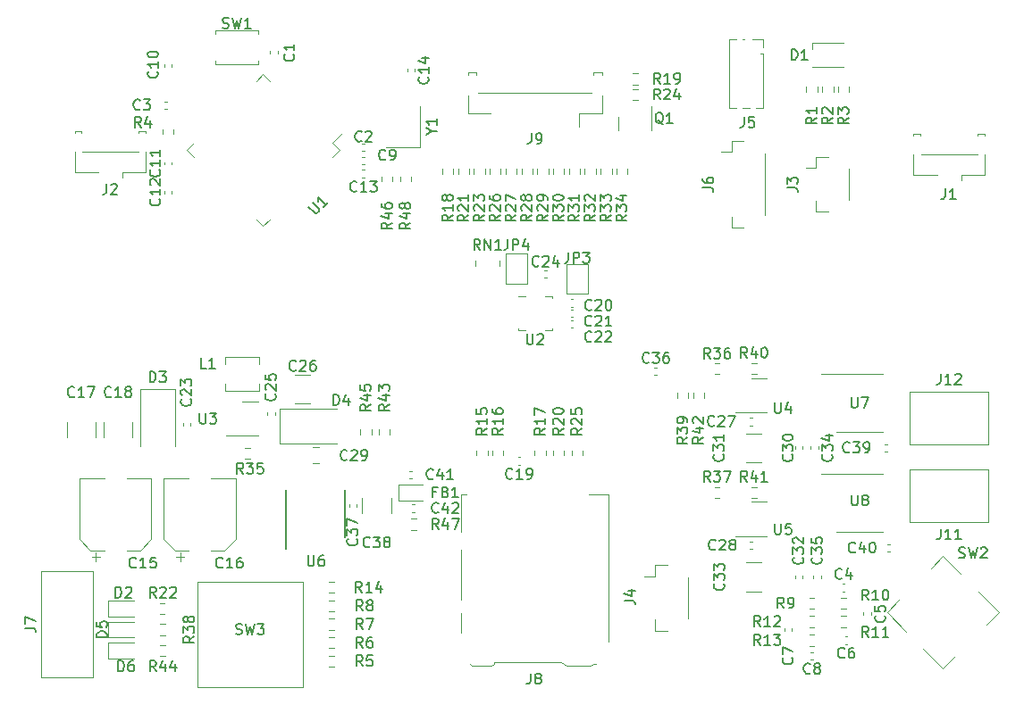
<source format=gbr>
%TF.GenerationSoftware,KiCad,Pcbnew,(6.0.4)*%
%TF.CreationDate,2022-08-24T21:10:21+09:00*%
%TF.ProjectId,robotrace_v1_main,726f626f-7472-4616-9365-5f76315f6d61,rev?*%
%TF.SameCoordinates,Original*%
%TF.FileFunction,Legend,Top*%
%TF.FilePolarity,Positive*%
%FSLAX46Y46*%
G04 Gerber Fmt 4.6, Leading zero omitted, Abs format (unit mm)*
G04 Created by KiCad (PCBNEW (6.0.4)) date 2022-08-24 21:10:21*
%MOMM*%
%LPD*%
G01*
G04 APERTURE LIST*
%ADD10C,0.150000*%
%ADD11C,0.120000*%
G04 APERTURE END LIST*
D10*
%TO.C,R30*%
X149952380Y-101142857D02*
X149476190Y-101476190D01*
X149952380Y-101714285D02*
X148952380Y-101714285D01*
X148952380Y-101333333D01*
X149000000Y-101238095D01*
X149047619Y-101190476D01*
X149142857Y-101142857D01*
X149285714Y-101142857D01*
X149380952Y-101190476D01*
X149428571Y-101238095D01*
X149476190Y-101333333D01*
X149476190Y-101714285D01*
X148952380Y-100809523D02*
X148952380Y-100190476D01*
X149333333Y-100523809D01*
X149333333Y-100380952D01*
X149380952Y-100285714D01*
X149428571Y-100238095D01*
X149523809Y-100190476D01*
X149761904Y-100190476D01*
X149857142Y-100238095D01*
X149904761Y-100285714D01*
X149952380Y-100380952D01*
X149952380Y-100666666D01*
X149904761Y-100761904D01*
X149857142Y-100809523D01*
X148952380Y-99571428D02*
X148952380Y-99476190D01*
X149000000Y-99380952D01*
X149047619Y-99333333D01*
X149142857Y-99285714D01*
X149333333Y-99238095D01*
X149571428Y-99238095D01*
X149761904Y-99285714D01*
X149857142Y-99333333D01*
X149904761Y-99380952D01*
X149952380Y-99476190D01*
X149952380Y-99571428D01*
X149904761Y-99666666D01*
X149857142Y-99714285D01*
X149761904Y-99761904D01*
X149571428Y-99809523D01*
X149333333Y-99809523D01*
X149142857Y-99761904D01*
X149047619Y-99714285D01*
X149000000Y-99666666D01*
X148952380Y-99571428D01*
%TO.C,J8*%
X146841666Y-144652380D02*
X146841666Y-145366666D01*
X146794047Y-145509523D01*
X146698809Y-145604761D01*
X146555952Y-145652380D01*
X146460714Y-145652380D01*
X147460714Y-145080952D02*
X147365476Y-145033333D01*
X147317857Y-144985714D01*
X147270238Y-144890476D01*
X147270238Y-144842857D01*
X147317857Y-144747619D01*
X147365476Y-144700000D01*
X147460714Y-144652380D01*
X147651190Y-144652380D01*
X147746428Y-144700000D01*
X147794047Y-144747619D01*
X147841666Y-144842857D01*
X147841666Y-144890476D01*
X147794047Y-144985714D01*
X147746428Y-145033333D01*
X147651190Y-145080952D01*
X147460714Y-145080952D01*
X147365476Y-145128571D01*
X147317857Y-145176190D01*
X147270238Y-145271428D01*
X147270238Y-145461904D01*
X147317857Y-145557142D01*
X147365476Y-145604761D01*
X147460714Y-145652380D01*
X147651190Y-145652380D01*
X147746428Y-145604761D01*
X147794047Y-145557142D01*
X147841666Y-145461904D01*
X147841666Y-145271428D01*
X147794047Y-145176190D01*
X147746428Y-145128571D01*
X147651190Y-145080952D01*
%TO.C,JP4*%
X144666666Y-103452380D02*
X144666666Y-104166666D01*
X144619047Y-104309523D01*
X144523809Y-104404761D01*
X144380952Y-104452380D01*
X144285714Y-104452380D01*
X145142857Y-104452380D02*
X145142857Y-103452380D01*
X145523809Y-103452380D01*
X145619047Y-103500000D01*
X145666666Y-103547619D01*
X145714285Y-103642857D01*
X145714285Y-103785714D01*
X145666666Y-103880952D01*
X145619047Y-103928571D01*
X145523809Y-103976190D01*
X145142857Y-103976190D01*
X146571428Y-103785714D02*
X146571428Y-104452380D01*
X146333333Y-103404761D02*
X146095238Y-104119047D01*
X146714285Y-104119047D01*
%TO.C,C26*%
X124607142Y-115857142D02*
X124559523Y-115904761D01*
X124416666Y-115952380D01*
X124321428Y-115952380D01*
X124178571Y-115904761D01*
X124083333Y-115809523D01*
X124035714Y-115714285D01*
X123988095Y-115523809D01*
X123988095Y-115380952D01*
X124035714Y-115190476D01*
X124083333Y-115095238D01*
X124178571Y-115000000D01*
X124321428Y-114952380D01*
X124416666Y-114952380D01*
X124559523Y-115000000D01*
X124607142Y-115047619D01*
X124988095Y-115047619D02*
X125035714Y-115000000D01*
X125130952Y-114952380D01*
X125369047Y-114952380D01*
X125464285Y-115000000D01*
X125511904Y-115047619D01*
X125559523Y-115142857D01*
X125559523Y-115238095D01*
X125511904Y-115380952D01*
X124940476Y-115952380D01*
X125559523Y-115952380D01*
X126416666Y-114952380D02*
X126226190Y-114952380D01*
X126130952Y-115000000D01*
X126083333Y-115047619D01*
X125988095Y-115190476D01*
X125940476Y-115380952D01*
X125940476Y-115761904D01*
X125988095Y-115857142D01*
X126035714Y-115904761D01*
X126130952Y-115952380D01*
X126321428Y-115952380D01*
X126416666Y-115904761D01*
X126464285Y-115857142D01*
X126511904Y-115761904D01*
X126511904Y-115523809D01*
X126464285Y-115428571D01*
X126416666Y-115380952D01*
X126321428Y-115333333D01*
X126130952Y-115333333D01*
X126035714Y-115380952D01*
X125988095Y-115428571D01*
X125940476Y-115523809D01*
%TO.C,R18*%
X139452380Y-101142857D02*
X138976190Y-101476190D01*
X139452380Y-101714285D02*
X138452380Y-101714285D01*
X138452380Y-101333333D01*
X138500000Y-101238095D01*
X138547619Y-101190476D01*
X138642857Y-101142857D01*
X138785714Y-101142857D01*
X138880952Y-101190476D01*
X138928571Y-101238095D01*
X138976190Y-101333333D01*
X138976190Y-101714285D01*
X139452380Y-100190476D02*
X139452380Y-100761904D01*
X139452380Y-100476190D02*
X138452380Y-100476190D01*
X138595238Y-100571428D01*
X138690476Y-100666666D01*
X138738095Y-100761904D01*
X138880952Y-99619047D02*
X138833333Y-99714285D01*
X138785714Y-99761904D01*
X138690476Y-99809523D01*
X138642857Y-99809523D01*
X138547619Y-99761904D01*
X138500000Y-99714285D01*
X138452380Y-99619047D01*
X138452380Y-99428571D01*
X138500000Y-99333333D01*
X138547619Y-99285714D01*
X138642857Y-99238095D01*
X138690476Y-99238095D01*
X138785714Y-99285714D01*
X138833333Y-99333333D01*
X138880952Y-99428571D01*
X138880952Y-99619047D01*
X138928571Y-99714285D01*
X138976190Y-99761904D01*
X139071428Y-99809523D01*
X139261904Y-99809523D01*
X139357142Y-99761904D01*
X139404761Y-99714285D01*
X139452380Y-99619047D01*
X139452380Y-99428571D01*
X139404761Y-99333333D01*
X139357142Y-99285714D01*
X139261904Y-99238095D01*
X139071428Y-99238095D01*
X138976190Y-99285714D01*
X138928571Y-99333333D01*
X138880952Y-99428571D01*
%TO.C,R39*%
X161702380Y-122242857D02*
X161226190Y-122576190D01*
X161702380Y-122814285D02*
X160702380Y-122814285D01*
X160702380Y-122433333D01*
X160750000Y-122338095D01*
X160797619Y-122290476D01*
X160892857Y-122242857D01*
X161035714Y-122242857D01*
X161130952Y-122290476D01*
X161178571Y-122338095D01*
X161226190Y-122433333D01*
X161226190Y-122814285D01*
X160702380Y-121909523D02*
X160702380Y-121290476D01*
X161083333Y-121623809D01*
X161083333Y-121480952D01*
X161130952Y-121385714D01*
X161178571Y-121338095D01*
X161273809Y-121290476D01*
X161511904Y-121290476D01*
X161607142Y-121338095D01*
X161654761Y-121385714D01*
X161702380Y-121480952D01*
X161702380Y-121766666D01*
X161654761Y-121861904D01*
X161607142Y-121909523D01*
X161702380Y-120814285D02*
X161702380Y-120623809D01*
X161654761Y-120528571D01*
X161607142Y-120480952D01*
X161464285Y-120385714D01*
X161273809Y-120338095D01*
X160892857Y-120338095D01*
X160797619Y-120385714D01*
X160750000Y-120433333D01*
X160702380Y-120528571D01*
X160702380Y-120719047D01*
X160750000Y-120814285D01*
X160797619Y-120861904D01*
X160892857Y-120909523D01*
X161130952Y-120909523D01*
X161226190Y-120861904D01*
X161273809Y-120814285D01*
X161321428Y-120719047D01*
X161321428Y-120528571D01*
X161273809Y-120433333D01*
X161226190Y-120385714D01*
X161130952Y-120338095D01*
%TO.C,L1*%
X116083333Y-115702380D02*
X115607142Y-115702380D01*
X115607142Y-114702380D01*
X116940476Y-115702380D02*
X116369047Y-115702380D01*
X116654761Y-115702380D02*
X116654761Y-114702380D01*
X116559523Y-114845238D01*
X116464285Y-114940476D01*
X116369047Y-114988095D01*
%TO.C,J5*%
X167061666Y-91852380D02*
X167061666Y-92566666D01*
X167014047Y-92709523D01*
X166918809Y-92804761D01*
X166775952Y-92852380D01*
X166680714Y-92852380D01*
X168014047Y-91852380D02*
X167537857Y-91852380D01*
X167490238Y-92328571D01*
X167537857Y-92280952D01*
X167633095Y-92233333D01*
X167871190Y-92233333D01*
X167966428Y-92280952D01*
X168014047Y-92328571D01*
X168061666Y-92423809D01*
X168061666Y-92661904D01*
X168014047Y-92757142D01*
X167966428Y-92804761D01*
X167871190Y-92852380D01*
X167633095Y-92852380D01*
X167537857Y-92804761D01*
X167490238Y-92757142D01*
%TO.C,R29*%
X148452380Y-101142857D02*
X147976190Y-101476190D01*
X148452380Y-101714285D02*
X147452380Y-101714285D01*
X147452380Y-101333333D01*
X147500000Y-101238095D01*
X147547619Y-101190476D01*
X147642857Y-101142857D01*
X147785714Y-101142857D01*
X147880952Y-101190476D01*
X147928571Y-101238095D01*
X147976190Y-101333333D01*
X147976190Y-101714285D01*
X147547619Y-100761904D02*
X147500000Y-100714285D01*
X147452380Y-100619047D01*
X147452380Y-100380952D01*
X147500000Y-100285714D01*
X147547619Y-100238095D01*
X147642857Y-100190476D01*
X147738095Y-100190476D01*
X147880952Y-100238095D01*
X148452380Y-100809523D01*
X148452380Y-100190476D01*
X148452380Y-99714285D02*
X148452380Y-99523809D01*
X148404761Y-99428571D01*
X148357142Y-99380952D01*
X148214285Y-99285714D01*
X148023809Y-99238095D01*
X147642857Y-99238095D01*
X147547619Y-99285714D01*
X147500000Y-99333333D01*
X147452380Y-99428571D01*
X147452380Y-99619047D01*
X147500000Y-99714285D01*
X147547619Y-99761904D01*
X147642857Y-99809523D01*
X147880952Y-99809523D01*
X147976190Y-99761904D01*
X148023809Y-99714285D01*
X148071428Y-99619047D01*
X148071428Y-99428571D01*
X148023809Y-99333333D01*
X147976190Y-99285714D01*
X147880952Y-99238095D01*
%TO.C,C35*%
X174357142Y-133642857D02*
X174404761Y-133690476D01*
X174452380Y-133833333D01*
X174452380Y-133928571D01*
X174404761Y-134071428D01*
X174309523Y-134166666D01*
X174214285Y-134214285D01*
X174023809Y-134261904D01*
X173880952Y-134261904D01*
X173690476Y-134214285D01*
X173595238Y-134166666D01*
X173500000Y-134071428D01*
X173452380Y-133928571D01*
X173452380Y-133833333D01*
X173500000Y-133690476D01*
X173547619Y-133642857D01*
X173452380Y-133309523D02*
X173452380Y-132690476D01*
X173833333Y-133023809D01*
X173833333Y-132880952D01*
X173880952Y-132785714D01*
X173928571Y-132738095D01*
X174023809Y-132690476D01*
X174261904Y-132690476D01*
X174357142Y-132738095D01*
X174404761Y-132785714D01*
X174452380Y-132880952D01*
X174452380Y-133166666D01*
X174404761Y-133261904D01*
X174357142Y-133309523D01*
X173452380Y-131785714D02*
X173452380Y-132261904D01*
X173928571Y-132309523D01*
X173880952Y-132261904D01*
X173833333Y-132166666D01*
X173833333Y-131928571D01*
X173880952Y-131833333D01*
X173928571Y-131785714D01*
X174023809Y-131738095D01*
X174261904Y-131738095D01*
X174357142Y-131785714D01*
X174404761Y-131833333D01*
X174452380Y-131928571D01*
X174452380Y-132166666D01*
X174404761Y-132261904D01*
X174357142Y-132309523D01*
%TO.C,R4*%
X109933333Y-92852380D02*
X109600000Y-92376190D01*
X109361904Y-92852380D02*
X109361904Y-91852380D01*
X109742857Y-91852380D01*
X109838095Y-91900000D01*
X109885714Y-91947619D01*
X109933333Y-92042857D01*
X109933333Y-92185714D01*
X109885714Y-92280952D01*
X109838095Y-92328571D01*
X109742857Y-92376190D01*
X109361904Y-92376190D01*
X110790476Y-92185714D02*
X110790476Y-92852380D01*
X110552380Y-91804761D02*
X110314285Y-92519047D01*
X110933333Y-92519047D01*
%TO.C,C42*%
X138107142Y-129357142D02*
X138059523Y-129404761D01*
X137916666Y-129452380D01*
X137821428Y-129452380D01*
X137678571Y-129404761D01*
X137583333Y-129309523D01*
X137535714Y-129214285D01*
X137488095Y-129023809D01*
X137488095Y-128880952D01*
X137535714Y-128690476D01*
X137583333Y-128595238D01*
X137678571Y-128500000D01*
X137821428Y-128452380D01*
X137916666Y-128452380D01*
X138059523Y-128500000D01*
X138107142Y-128547619D01*
X138964285Y-128785714D02*
X138964285Y-129452380D01*
X138726190Y-128404761D02*
X138488095Y-129119047D01*
X139107142Y-129119047D01*
X139440476Y-128547619D02*
X139488095Y-128500000D01*
X139583333Y-128452380D01*
X139821428Y-128452380D01*
X139916666Y-128500000D01*
X139964285Y-128547619D01*
X140011904Y-128642857D01*
X140011904Y-128738095D01*
X139964285Y-128880952D01*
X139392857Y-129452380D01*
X140011904Y-129452380D01*
%TO.C,C24*%
X147607142Y-105947142D02*
X147559523Y-105994761D01*
X147416666Y-106042380D01*
X147321428Y-106042380D01*
X147178571Y-105994761D01*
X147083333Y-105899523D01*
X147035714Y-105804285D01*
X146988095Y-105613809D01*
X146988095Y-105470952D01*
X147035714Y-105280476D01*
X147083333Y-105185238D01*
X147178571Y-105090000D01*
X147321428Y-105042380D01*
X147416666Y-105042380D01*
X147559523Y-105090000D01*
X147607142Y-105137619D01*
X147988095Y-105137619D02*
X148035714Y-105090000D01*
X148130952Y-105042380D01*
X148369047Y-105042380D01*
X148464285Y-105090000D01*
X148511904Y-105137619D01*
X148559523Y-105232857D01*
X148559523Y-105328095D01*
X148511904Y-105470952D01*
X147940476Y-106042380D01*
X148559523Y-106042380D01*
X149416666Y-105375714D02*
X149416666Y-106042380D01*
X149178571Y-104994761D02*
X148940476Y-105709047D01*
X149559523Y-105709047D01*
%TO.C,R46*%
X133702380Y-101892857D02*
X133226190Y-102226190D01*
X133702380Y-102464285D02*
X132702380Y-102464285D01*
X132702380Y-102083333D01*
X132750000Y-101988095D01*
X132797619Y-101940476D01*
X132892857Y-101892857D01*
X133035714Y-101892857D01*
X133130952Y-101940476D01*
X133178571Y-101988095D01*
X133226190Y-102083333D01*
X133226190Y-102464285D01*
X133035714Y-101035714D02*
X133702380Y-101035714D01*
X132654761Y-101273809D02*
X133369047Y-101511904D01*
X133369047Y-100892857D01*
X132702380Y-100083333D02*
X132702380Y-100273809D01*
X132750000Y-100369047D01*
X132797619Y-100416666D01*
X132940476Y-100511904D01*
X133130952Y-100559523D01*
X133511904Y-100559523D01*
X133607142Y-100511904D01*
X133654761Y-100464285D01*
X133702380Y-100369047D01*
X133702380Y-100178571D01*
X133654761Y-100083333D01*
X133607142Y-100035714D01*
X133511904Y-99988095D01*
X133273809Y-99988095D01*
X133178571Y-100035714D01*
X133130952Y-100083333D01*
X133083333Y-100178571D01*
X133083333Y-100369047D01*
X133130952Y-100464285D01*
X133178571Y-100511904D01*
X133273809Y-100559523D01*
%TO.C,R9*%
X170833333Y-138452380D02*
X170500000Y-137976190D01*
X170261904Y-138452380D02*
X170261904Y-137452380D01*
X170642857Y-137452380D01*
X170738095Y-137500000D01*
X170785714Y-137547619D01*
X170833333Y-137642857D01*
X170833333Y-137785714D01*
X170785714Y-137880952D01*
X170738095Y-137928571D01*
X170642857Y-137976190D01*
X170261904Y-137976190D01*
X171309523Y-138452380D02*
X171500000Y-138452380D01*
X171595238Y-138404761D01*
X171642857Y-138357142D01*
X171738095Y-138214285D01*
X171785714Y-138023809D01*
X171785714Y-137642857D01*
X171738095Y-137547619D01*
X171690476Y-137500000D01*
X171595238Y-137452380D01*
X171404761Y-137452380D01*
X171309523Y-137500000D01*
X171261904Y-137547619D01*
X171214285Y-137642857D01*
X171214285Y-137880952D01*
X171261904Y-137976190D01*
X171309523Y-138023809D01*
X171404761Y-138071428D01*
X171595238Y-138071428D01*
X171690476Y-138023809D01*
X171738095Y-137976190D01*
X171785714Y-137880952D01*
%TO.C,C38*%
X131607142Y-132607142D02*
X131559523Y-132654761D01*
X131416666Y-132702380D01*
X131321428Y-132702380D01*
X131178571Y-132654761D01*
X131083333Y-132559523D01*
X131035714Y-132464285D01*
X130988095Y-132273809D01*
X130988095Y-132130952D01*
X131035714Y-131940476D01*
X131083333Y-131845238D01*
X131178571Y-131750000D01*
X131321428Y-131702380D01*
X131416666Y-131702380D01*
X131559523Y-131750000D01*
X131607142Y-131797619D01*
X131940476Y-131702380D02*
X132559523Y-131702380D01*
X132226190Y-132083333D01*
X132369047Y-132083333D01*
X132464285Y-132130952D01*
X132511904Y-132178571D01*
X132559523Y-132273809D01*
X132559523Y-132511904D01*
X132511904Y-132607142D01*
X132464285Y-132654761D01*
X132369047Y-132702380D01*
X132083333Y-132702380D01*
X131988095Y-132654761D01*
X131940476Y-132607142D01*
X133130952Y-132130952D02*
X133035714Y-132083333D01*
X132988095Y-132035714D01*
X132940476Y-131940476D01*
X132940476Y-131892857D01*
X132988095Y-131797619D01*
X133035714Y-131750000D01*
X133130952Y-131702380D01*
X133321428Y-131702380D01*
X133416666Y-131750000D01*
X133464285Y-131797619D01*
X133511904Y-131892857D01*
X133511904Y-131940476D01*
X133464285Y-132035714D01*
X133416666Y-132083333D01*
X133321428Y-132130952D01*
X133130952Y-132130952D01*
X133035714Y-132178571D01*
X132988095Y-132226190D01*
X132940476Y-132321428D01*
X132940476Y-132511904D01*
X132988095Y-132607142D01*
X133035714Y-132654761D01*
X133130952Y-132702380D01*
X133321428Y-132702380D01*
X133416666Y-132654761D01*
X133464285Y-132607142D01*
X133511904Y-132511904D01*
X133511904Y-132321428D01*
X133464285Y-132226190D01*
X133416666Y-132178571D01*
X133321428Y-132130952D01*
%TO.C,C29*%
X129457142Y-124357142D02*
X129409523Y-124404761D01*
X129266666Y-124452380D01*
X129171428Y-124452380D01*
X129028571Y-124404761D01*
X128933333Y-124309523D01*
X128885714Y-124214285D01*
X128838095Y-124023809D01*
X128838095Y-123880952D01*
X128885714Y-123690476D01*
X128933333Y-123595238D01*
X129028571Y-123500000D01*
X129171428Y-123452380D01*
X129266666Y-123452380D01*
X129409523Y-123500000D01*
X129457142Y-123547619D01*
X129838095Y-123547619D02*
X129885714Y-123500000D01*
X129980952Y-123452380D01*
X130219047Y-123452380D01*
X130314285Y-123500000D01*
X130361904Y-123547619D01*
X130409523Y-123642857D01*
X130409523Y-123738095D01*
X130361904Y-123880952D01*
X129790476Y-124452380D01*
X130409523Y-124452380D01*
X130885714Y-124452380D02*
X131076190Y-124452380D01*
X131171428Y-124404761D01*
X131219047Y-124357142D01*
X131314285Y-124214285D01*
X131361904Y-124023809D01*
X131361904Y-123642857D01*
X131314285Y-123547619D01*
X131266666Y-123500000D01*
X131171428Y-123452380D01*
X130980952Y-123452380D01*
X130885714Y-123500000D01*
X130838095Y-123547619D01*
X130790476Y-123642857D01*
X130790476Y-123880952D01*
X130838095Y-123976190D01*
X130885714Y-124023809D01*
X130980952Y-124071428D01*
X131171428Y-124071428D01*
X131266666Y-124023809D01*
X131314285Y-123976190D01*
X131361904Y-123880952D01*
%TO.C,C1*%
X124357142Y-85916666D02*
X124404761Y-85964285D01*
X124452380Y-86107142D01*
X124452380Y-86202380D01*
X124404761Y-86345238D01*
X124309523Y-86440476D01*
X124214285Y-86488095D01*
X124023809Y-86535714D01*
X123880952Y-86535714D01*
X123690476Y-86488095D01*
X123595238Y-86440476D01*
X123500000Y-86345238D01*
X123452380Y-86202380D01*
X123452380Y-86107142D01*
X123500000Y-85964285D01*
X123547619Y-85916666D01*
X124452380Y-84964285D02*
X124452380Y-85535714D01*
X124452380Y-85250000D02*
X123452380Y-85250000D01*
X123595238Y-85345238D01*
X123690476Y-85440476D01*
X123738095Y-85535714D01*
%TO.C,U6*%
X125738095Y-133452380D02*
X125738095Y-134261904D01*
X125785714Y-134357142D01*
X125833333Y-134404761D01*
X125928571Y-134452380D01*
X126119047Y-134452380D01*
X126214285Y-134404761D01*
X126261904Y-134357142D01*
X126309523Y-134261904D01*
X126309523Y-133452380D01*
X127214285Y-133452380D02*
X127023809Y-133452380D01*
X126928571Y-133500000D01*
X126880952Y-133547619D01*
X126785714Y-133690476D01*
X126738095Y-133880952D01*
X126738095Y-134261904D01*
X126785714Y-134357142D01*
X126833333Y-134404761D01*
X126928571Y-134452380D01*
X127119047Y-134452380D01*
X127214285Y-134404761D01*
X127261904Y-134357142D01*
X127309523Y-134261904D01*
X127309523Y-134023809D01*
X127261904Y-133928571D01*
X127214285Y-133880952D01*
X127119047Y-133833333D01*
X126928571Y-133833333D01*
X126833333Y-133880952D01*
X126785714Y-133928571D01*
X126738095Y-134023809D01*
%TO.C,SW3*%
X118916666Y-140904761D02*
X119059523Y-140952380D01*
X119297619Y-140952380D01*
X119392857Y-140904761D01*
X119440476Y-140857142D01*
X119488095Y-140761904D01*
X119488095Y-140666666D01*
X119440476Y-140571428D01*
X119392857Y-140523809D01*
X119297619Y-140476190D01*
X119107142Y-140428571D01*
X119011904Y-140380952D01*
X118964285Y-140333333D01*
X118916666Y-140238095D01*
X118916666Y-140142857D01*
X118964285Y-140047619D01*
X119011904Y-140000000D01*
X119107142Y-139952380D01*
X119345238Y-139952380D01*
X119488095Y-140000000D01*
X119821428Y-139952380D02*
X120059523Y-140952380D01*
X120250000Y-140238095D01*
X120440476Y-140952380D01*
X120678571Y-139952380D01*
X120964285Y-139952380D02*
X121583333Y-139952380D01*
X121250000Y-140333333D01*
X121392857Y-140333333D01*
X121488095Y-140380952D01*
X121535714Y-140428571D01*
X121583333Y-140523809D01*
X121583333Y-140761904D01*
X121535714Y-140857142D01*
X121488095Y-140904761D01*
X121392857Y-140952380D01*
X121107142Y-140952380D01*
X121011904Y-140904761D01*
X120964285Y-140857142D01*
%TO.C,J1*%
X186141666Y-98652380D02*
X186141666Y-99366666D01*
X186094047Y-99509523D01*
X185998809Y-99604761D01*
X185855952Y-99652380D01*
X185760714Y-99652380D01*
X187141666Y-99652380D02*
X186570238Y-99652380D01*
X186855952Y-99652380D02*
X186855952Y-98652380D01*
X186760714Y-98795238D01*
X186665476Y-98890476D01*
X186570238Y-98938095D01*
%TO.C,D2*%
X107511904Y-137452380D02*
X107511904Y-136452380D01*
X107750000Y-136452380D01*
X107892857Y-136500000D01*
X107988095Y-136595238D01*
X108035714Y-136690476D01*
X108083333Y-136880952D01*
X108083333Y-137023809D01*
X108035714Y-137214285D01*
X107988095Y-137309523D01*
X107892857Y-137404761D01*
X107750000Y-137452380D01*
X107511904Y-137452380D01*
X108464285Y-136547619D02*
X108511904Y-136500000D01*
X108607142Y-136452380D01*
X108845238Y-136452380D01*
X108940476Y-136500000D01*
X108988095Y-136547619D01*
X109035714Y-136642857D01*
X109035714Y-136738095D01*
X108988095Y-136880952D01*
X108416666Y-137452380D01*
X109035714Y-137452380D01*
%TO.C,R12*%
X168607142Y-140202380D02*
X168273809Y-139726190D01*
X168035714Y-140202380D02*
X168035714Y-139202380D01*
X168416666Y-139202380D01*
X168511904Y-139250000D01*
X168559523Y-139297619D01*
X168607142Y-139392857D01*
X168607142Y-139535714D01*
X168559523Y-139630952D01*
X168511904Y-139678571D01*
X168416666Y-139726190D01*
X168035714Y-139726190D01*
X169559523Y-140202380D02*
X168988095Y-140202380D01*
X169273809Y-140202380D02*
X169273809Y-139202380D01*
X169178571Y-139345238D01*
X169083333Y-139440476D01*
X168988095Y-139488095D01*
X169940476Y-139297619D02*
X169988095Y-139250000D01*
X170083333Y-139202380D01*
X170321428Y-139202380D01*
X170416666Y-139250000D01*
X170464285Y-139297619D01*
X170511904Y-139392857D01*
X170511904Y-139488095D01*
X170464285Y-139630952D01*
X169892857Y-140202380D01*
X170511904Y-140202380D01*
%TO.C,J4*%
X155752380Y-137733333D02*
X156466666Y-137733333D01*
X156609523Y-137780952D01*
X156704761Y-137876190D01*
X156752380Y-138019047D01*
X156752380Y-138114285D01*
X156085714Y-136828571D02*
X156752380Y-136828571D01*
X155704761Y-137066666D02*
X156419047Y-137304761D01*
X156419047Y-136685714D01*
%TO.C,C13*%
X130357142Y-98857142D02*
X130309523Y-98904761D01*
X130166666Y-98952380D01*
X130071428Y-98952380D01*
X129928571Y-98904761D01*
X129833333Y-98809523D01*
X129785714Y-98714285D01*
X129738095Y-98523809D01*
X129738095Y-98380952D01*
X129785714Y-98190476D01*
X129833333Y-98095238D01*
X129928571Y-98000000D01*
X130071428Y-97952380D01*
X130166666Y-97952380D01*
X130309523Y-98000000D01*
X130357142Y-98047619D01*
X131309523Y-98952380D02*
X130738095Y-98952380D01*
X131023809Y-98952380D02*
X131023809Y-97952380D01*
X130928571Y-98095238D01*
X130833333Y-98190476D01*
X130738095Y-98238095D01*
X131642857Y-97952380D02*
X132261904Y-97952380D01*
X131928571Y-98333333D01*
X132071428Y-98333333D01*
X132166666Y-98380952D01*
X132214285Y-98428571D01*
X132261904Y-98523809D01*
X132261904Y-98761904D01*
X132214285Y-98857142D01*
X132166666Y-98904761D01*
X132071428Y-98952380D01*
X131785714Y-98952380D01*
X131690476Y-98904761D01*
X131642857Y-98857142D01*
%TO.C,R27*%
X145452380Y-101142857D02*
X144976190Y-101476190D01*
X145452380Y-101714285D02*
X144452380Y-101714285D01*
X144452380Y-101333333D01*
X144500000Y-101238095D01*
X144547619Y-101190476D01*
X144642857Y-101142857D01*
X144785714Y-101142857D01*
X144880952Y-101190476D01*
X144928571Y-101238095D01*
X144976190Y-101333333D01*
X144976190Y-101714285D01*
X144547619Y-100761904D02*
X144500000Y-100714285D01*
X144452380Y-100619047D01*
X144452380Y-100380952D01*
X144500000Y-100285714D01*
X144547619Y-100238095D01*
X144642857Y-100190476D01*
X144738095Y-100190476D01*
X144880952Y-100238095D01*
X145452380Y-100809523D01*
X145452380Y-100190476D01*
X144452380Y-99857142D02*
X144452380Y-99190476D01*
X145452380Y-99619047D01*
%TO.C,R47*%
X138107142Y-130952380D02*
X137773809Y-130476190D01*
X137535714Y-130952380D02*
X137535714Y-129952380D01*
X137916666Y-129952380D01*
X138011904Y-130000000D01*
X138059523Y-130047619D01*
X138107142Y-130142857D01*
X138107142Y-130285714D01*
X138059523Y-130380952D01*
X138011904Y-130428571D01*
X137916666Y-130476190D01*
X137535714Y-130476190D01*
X138964285Y-130285714D02*
X138964285Y-130952380D01*
X138726190Y-129904761D02*
X138488095Y-130619047D01*
X139107142Y-130619047D01*
X139392857Y-129952380D02*
X140059523Y-129952380D01*
X139630952Y-130952380D01*
%TO.C,R45*%
X131702380Y-119142857D02*
X131226190Y-119476190D01*
X131702380Y-119714285D02*
X130702380Y-119714285D01*
X130702380Y-119333333D01*
X130750000Y-119238095D01*
X130797619Y-119190476D01*
X130892857Y-119142857D01*
X131035714Y-119142857D01*
X131130952Y-119190476D01*
X131178571Y-119238095D01*
X131226190Y-119333333D01*
X131226190Y-119714285D01*
X131035714Y-118285714D02*
X131702380Y-118285714D01*
X130654761Y-118523809D02*
X131369047Y-118761904D01*
X131369047Y-118142857D01*
X130702380Y-117285714D02*
X130702380Y-117761904D01*
X131178571Y-117809523D01*
X131130952Y-117761904D01*
X131083333Y-117666666D01*
X131083333Y-117428571D01*
X131130952Y-117333333D01*
X131178571Y-117285714D01*
X131273809Y-117238095D01*
X131511904Y-117238095D01*
X131607142Y-117285714D01*
X131654761Y-117333333D01*
X131702380Y-117428571D01*
X131702380Y-117666666D01*
X131654761Y-117761904D01*
X131607142Y-117809523D01*
%TO.C,R17*%
X148202380Y-121392857D02*
X147726190Y-121726190D01*
X148202380Y-121964285D02*
X147202380Y-121964285D01*
X147202380Y-121583333D01*
X147250000Y-121488095D01*
X147297619Y-121440476D01*
X147392857Y-121392857D01*
X147535714Y-121392857D01*
X147630952Y-121440476D01*
X147678571Y-121488095D01*
X147726190Y-121583333D01*
X147726190Y-121964285D01*
X148202380Y-120440476D02*
X148202380Y-121011904D01*
X148202380Y-120726190D02*
X147202380Y-120726190D01*
X147345238Y-120821428D01*
X147440476Y-120916666D01*
X147488095Y-121011904D01*
X147202380Y-120107142D02*
X147202380Y-119440476D01*
X148202380Y-119869047D01*
%TO.C,C37*%
X130357142Y-131892857D02*
X130404761Y-131940476D01*
X130452380Y-132083333D01*
X130452380Y-132178571D01*
X130404761Y-132321428D01*
X130309523Y-132416666D01*
X130214285Y-132464285D01*
X130023809Y-132511904D01*
X129880952Y-132511904D01*
X129690476Y-132464285D01*
X129595238Y-132416666D01*
X129500000Y-132321428D01*
X129452380Y-132178571D01*
X129452380Y-132083333D01*
X129500000Y-131940476D01*
X129547619Y-131892857D01*
X129452380Y-131559523D02*
X129452380Y-130940476D01*
X129833333Y-131273809D01*
X129833333Y-131130952D01*
X129880952Y-131035714D01*
X129928571Y-130988095D01*
X130023809Y-130940476D01*
X130261904Y-130940476D01*
X130357142Y-130988095D01*
X130404761Y-131035714D01*
X130452380Y-131130952D01*
X130452380Y-131416666D01*
X130404761Y-131511904D01*
X130357142Y-131559523D01*
X129452380Y-130607142D02*
X129452380Y-129940476D01*
X130452380Y-130369047D01*
%TO.C,R10*%
X178857142Y-137702380D02*
X178523809Y-137226190D01*
X178285714Y-137702380D02*
X178285714Y-136702380D01*
X178666666Y-136702380D01*
X178761904Y-136750000D01*
X178809523Y-136797619D01*
X178857142Y-136892857D01*
X178857142Y-137035714D01*
X178809523Y-137130952D01*
X178761904Y-137178571D01*
X178666666Y-137226190D01*
X178285714Y-137226190D01*
X179809523Y-137702380D02*
X179238095Y-137702380D01*
X179523809Y-137702380D02*
X179523809Y-136702380D01*
X179428571Y-136845238D01*
X179333333Y-136940476D01*
X179238095Y-136988095D01*
X180428571Y-136702380D02*
X180523809Y-136702380D01*
X180619047Y-136750000D01*
X180666666Y-136797619D01*
X180714285Y-136892857D01*
X180761904Y-137083333D01*
X180761904Y-137321428D01*
X180714285Y-137511904D01*
X180666666Y-137607142D01*
X180619047Y-137654761D01*
X180523809Y-137702380D01*
X180428571Y-137702380D01*
X180333333Y-137654761D01*
X180285714Y-137607142D01*
X180238095Y-137511904D01*
X180190476Y-137321428D01*
X180190476Y-137083333D01*
X180238095Y-136892857D01*
X180285714Y-136797619D01*
X180333333Y-136750000D01*
X180428571Y-136702380D01*
%TO.C,R28*%
X146952380Y-101142857D02*
X146476190Y-101476190D01*
X146952380Y-101714285D02*
X145952380Y-101714285D01*
X145952380Y-101333333D01*
X146000000Y-101238095D01*
X146047619Y-101190476D01*
X146142857Y-101142857D01*
X146285714Y-101142857D01*
X146380952Y-101190476D01*
X146428571Y-101238095D01*
X146476190Y-101333333D01*
X146476190Y-101714285D01*
X146047619Y-100761904D02*
X146000000Y-100714285D01*
X145952380Y-100619047D01*
X145952380Y-100380952D01*
X146000000Y-100285714D01*
X146047619Y-100238095D01*
X146142857Y-100190476D01*
X146238095Y-100190476D01*
X146380952Y-100238095D01*
X146952380Y-100809523D01*
X146952380Y-100190476D01*
X146380952Y-99619047D02*
X146333333Y-99714285D01*
X146285714Y-99761904D01*
X146190476Y-99809523D01*
X146142857Y-99809523D01*
X146047619Y-99761904D01*
X146000000Y-99714285D01*
X145952380Y-99619047D01*
X145952380Y-99428571D01*
X146000000Y-99333333D01*
X146047619Y-99285714D01*
X146142857Y-99238095D01*
X146190476Y-99238095D01*
X146285714Y-99285714D01*
X146333333Y-99333333D01*
X146380952Y-99428571D01*
X146380952Y-99619047D01*
X146428571Y-99714285D01*
X146476190Y-99761904D01*
X146571428Y-99809523D01*
X146761904Y-99809523D01*
X146857142Y-99761904D01*
X146904761Y-99714285D01*
X146952380Y-99619047D01*
X146952380Y-99428571D01*
X146904761Y-99333333D01*
X146857142Y-99285714D01*
X146761904Y-99238095D01*
X146571428Y-99238095D01*
X146476190Y-99285714D01*
X146428571Y-99333333D01*
X146380952Y-99428571D01*
%TO.C,U3*%
X115488095Y-119952380D02*
X115488095Y-120761904D01*
X115535714Y-120857142D01*
X115583333Y-120904761D01*
X115678571Y-120952380D01*
X115869047Y-120952380D01*
X115964285Y-120904761D01*
X116011904Y-120857142D01*
X116059523Y-120761904D01*
X116059523Y-119952380D01*
X116440476Y-119952380D02*
X117059523Y-119952380D01*
X116726190Y-120333333D01*
X116869047Y-120333333D01*
X116964285Y-120380952D01*
X117011904Y-120428571D01*
X117059523Y-120523809D01*
X117059523Y-120761904D01*
X117011904Y-120857142D01*
X116964285Y-120904761D01*
X116869047Y-120952380D01*
X116583333Y-120952380D01*
X116488095Y-120904761D01*
X116440476Y-120857142D01*
%TO.C,C33*%
X165107142Y-136142857D02*
X165154761Y-136190476D01*
X165202380Y-136333333D01*
X165202380Y-136428571D01*
X165154761Y-136571428D01*
X165059523Y-136666666D01*
X164964285Y-136714285D01*
X164773809Y-136761904D01*
X164630952Y-136761904D01*
X164440476Y-136714285D01*
X164345238Y-136666666D01*
X164250000Y-136571428D01*
X164202380Y-136428571D01*
X164202380Y-136333333D01*
X164250000Y-136190476D01*
X164297619Y-136142857D01*
X164202380Y-135809523D02*
X164202380Y-135190476D01*
X164583333Y-135523809D01*
X164583333Y-135380952D01*
X164630952Y-135285714D01*
X164678571Y-135238095D01*
X164773809Y-135190476D01*
X165011904Y-135190476D01*
X165107142Y-135238095D01*
X165154761Y-135285714D01*
X165202380Y-135380952D01*
X165202380Y-135666666D01*
X165154761Y-135761904D01*
X165107142Y-135809523D01*
X164202380Y-134857142D02*
X164202380Y-134238095D01*
X164583333Y-134571428D01*
X164583333Y-134428571D01*
X164630952Y-134333333D01*
X164678571Y-134285714D01*
X164773809Y-134238095D01*
X165011904Y-134238095D01*
X165107142Y-134285714D01*
X165154761Y-134333333D01*
X165202380Y-134428571D01*
X165202380Y-134714285D01*
X165154761Y-134809523D01*
X165107142Y-134857142D01*
%TO.C,D5*%
X106702380Y-141238095D02*
X105702380Y-141238095D01*
X105702380Y-141000000D01*
X105750000Y-140857142D01*
X105845238Y-140761904D01*
X105940476Y-140714285D01*
X106130952Y-140666666D01*
X106273809Y-140666666D01*
X106464285Y-140714285D01*
X106559523Y-140761904D01*
X106654761Y-140857142D01*
X106702380Y-141000000D01*
X106702380Y-141238095D01*
X105702380Y-139761904D02*
X105702380Y-140238095D01*
X106178571Y-140285714D01*
X106130952Y-140238095D01*
X106083333Y-140142857D01*
X106083333Y-139904761D01*
X106130952Y-139809523D01*
X106178571Y-139761904D01*
X106273809Y-139714285D01*
X106511904Y-139714285D01*
X106607142Y-139761904D01*
X106654761Y-139809523D01*
X106702380Y-139904761D01*
X106702380Y-140142857D01*
X106654761Y-140238095D01*
X106607142Y-140285714D01*
%TO.C,C25*%
X122607142Y-118142857D02*
X122654761Y-118190476D01*
X122702380Y-118333333D01*
X122702380Y-118428571D01*
X122654761Y-118571428D01*
X122559523Y-118666666D01*
X122464285Y-118714285D01*
X122273809Y-118761904D01*
X122130952Y-118761904D01*
X121940476Y-118714285D01*
X121845238Y-118666666D01*
X121750000Y-118571428D01*
X121702380Y-118428571D01*
X121702380Y-118333333D01*
X121750000Y-118190476D01*
X121797619Y-118142857D01*
X121797619Y-117761904D02*
X121750000Y-117714285D01*
X121702380Y-117619047D01*
X121702380Y-117380952D01*
X121750000Y-117285714D01*
X121797619Y-117238095D01*
X121892857Y-117190476D01*
X121988095Y-117190476D01*
X122130952Y-117238095D01*
X122702380Y-117809523D01*
X122702380Y-117190476D01*
X121702380Y-116285714D02*
X121702380Y-116761904D01*
X122178571Y-116809523D01*
X122130952Y-116761904D01*
X122083333Y-116666666D01*
X122083333Y-116428571D01*
X122130952Y-116333333D01*
X122178571Y-116285714D01*
X122273809Y-116238095D01*
X122511904Y-116238095D01*
X122607142Y-116285714D01*
X122654761Y-116333333D01*
X122702380Y-116428571D01*
X122702380Y-116666666D01*
X122654761Y-116761904D01*
X122607142Y-116809523D01*
%TO.C,R38*%
X114952380Y-141142857D02*
X114476190Y-141476190D01*
X114952380Y-141714285D02*
X113952380Y-141714285D01*
X113952380Y-141333333D01*
X114000000Y-141238095D01*
X114047619Y-141190476D01*
X114142857Y-141142857D01*
X114285714Y-141142857D01*
X114380952Y-141190476D01*
X114428571Y-141238095D01*
X114476190Y-141333333D01*
X114476190Y-141714285D01*
X113952380Y-140809523D02*
X113952380Y-140190476D01*
X114333333Y-140523809D01*
X114333333Y-140380952D01*
X114380952Y-140285714D01*
X114428571Y-140238095D01*
X114523809Y-140190476D01*
X114761904Y-140190476D01*
X114857142Y-140238095D01*
X114904761Y-140285714D01*
X114952380Y-140380952D01*
X114952380Y-140666666D01*
X114904761Y-140761904D01*
X114857142Y-140809523D01*
X114380952Y-139619047D02*
X114333333Y-139714285D01*
X114285714Y-139761904D01*
X114190476Y-139809523D01*
X114142857Y-139809523D01*
X114047619Y-139761904D01*
X114000000Y-139714285D01*
X113952380Y-139619047D01*
X113952380Y-139428571D01*
X114000000Y-139333333D01*
X114047619Y-139285714D01*
X114142857Y-139238095D01*
X114190476Y-139238095D01*
X114285714Y-139285714D01*
X114333333Y-139333333D01*
X114380952Y-139428571D01*
X114380952Y-139619047D01*
X114428571Y-139714285D01*
X114476190Y-139761904D01*
X114571428Y-139809523D01*
X114761904Y-139809523D01*
X114857142Y-139761904D01*
X114904761Y-139714285D01*
X114952380Y-139619047D01*
X114952380Y-139428571D01*
X114904761Y-139333333D01*
X114857142Y-139285714D01*
X114761904Y-139238095D01*
X114571428Y-139238095D01*
X114476190Y-139285714D01*
X114428571Y-139333333D01*
X114380952Y-139428571D01*
%TO.C,R26*%
X143952380Y-101142857D02*
X143476190Y-101476190D01*
X143952380Y-101714285D02*
X142952380Y-101714285D01*
X142952380Y-101333333D01*
X143000000Y-101238095D01*
X143047619Y-101190476D01*
X143142857Y-101142857D01*
X143285714Y-101142857D01*
X143380952Y-101190476D01*
X143428571Y-101238095D01*
X143476190Y-101333333D01*
X143476190Y-101714285D01*
X143047619Y-100761904D02*
X143000000Y-100714285D01*
X142952380Y-100619047D01*
X142952380Y-100380952D01*
X143000000Y-100285714D01*
X143047619Y-100238095D01*
X143142857Y-100190476D01*
X143238095Y-100190476D01*
X143380952Y-100238095D01*
X143952380Y-100809523D01*
X143952380Y-100190476D01*
X142952380Y-99333333D02*
X142952380Y-99523809D01*
X143000000Y-99619047D01*
X143047619Y-99666666D01*
X143190476Y-99761904D01*
X143380952Y-99809523D01*
X143761904Y-99809523D01*
X143857142Y-99761904D01*
X143904761Y-99714285D01*
X143952380Y-99619047D01*
X143952380Y-99428571D01*
X143904761Y-99333333D01*
X143857142Y-99285714D01*
X143761904Y-99238095D01*
X143523809Y-99238095D01*
X143428571Y-99285714D01*
X143380952Y-99333333D01*
X143333333Y-99428571D01*
X143333333Y-99619047D01*
X143380952Y-99714285D01*
X143428571Y-99761904D01*
X143523809Y-99809523D01*
%TO.C,D3*%
X110761904Y-117014880D02*
X110761904Y-116014880D01*
X111000000Y-116014880D01*
X111142857Y-116062500D01*
X111238095Y-116157738D01*
X111285714Y-116252976D01*
X111333333Y-116443452D01*
X111333333Y-116586309D01*
X111285714Y-116776785D01*
X111238095Y-116872023D01*
X111142857Y-116967261D01*
X111000000Y-117014880D01*
X110761904Y-117014880D01*
X111666666Y-116014880D02*
X112285714Y-116014880D01*
X111952380Y-116395833D01*
X112095238Y-116395833D01*
X112190476Y-116443452D01*
X112238095Y-116491071D01*
X112285714Y-116586309D01*
X112285714Y-116824404D01*
X112238095Y-116919642D01*
X112190476Y-116967261D01*
X112095238Y-117014880D01*
X111809523Y-117014880D01*
X111714285Y-116967261D01*
X111666666Y-116919642D01*
%TO.C,C15*%
X109457142Y-134557142D02*
X109409523Y-134604761D01*
X109266666Y-134652380D01*
X109171428Y-134652380D01*
X109028571Y-134604761D01*
X108933333Y-134509523D01*
X108885714Y-134414285D01*
X108838095Y-134223809D01*
X108838095Y-134080952D01*
X108885714Y-133890476D01*
X108933333Y-133795238D01*
X109028571Y-133700000D01*
X109171428Y-133652380D01*
X109266666Y-133652380D01*
X109409523Y-133700000D01*
X109457142Y-133747619D01*
X110409523Y-134652380D02*
X109838095Y-134652380D01*
X110123809Y-134652380D02*
X110123809Y-133652380D01*
X110028571Y-133795238D01*
X109933333Y-133890476D01*
X109838095Y-133938095D01*
X111314285Y-133652380D02*
X110838095Y-133652380D01*
X110790476Y-134128571D01*
X110838095Y-134080952D01*
X110933333Y-134033333D01*
X111171428Y-134033333D01*
X111266666Y-134080952D01*
X111314285Y-134128571D01*
X111361904Y-134223809D01*
X111361904Y-134461904D01*
X111314285Y-134557142D01*
X111266666Y-134604761D01*
X111171428Y-134652380D01*
X110933333Y-134652380D01*
X110838095Y-134604761D01*
X110790476Y-134557142D01*
%TO.C,U1*%
X125806616Y-100384112D02*
X126379036Y-100956532D01*
X126480051Y-100990204D01*
X126547395Y-100990204D01*
X126648410Y-100956532D01*
X126783097Y-100821845D01*
X126816769Y-100720830D01*
X126816769Y-100653486D01*
X126783097Y-100552471D01*
X126210677Y-99980051D01*
X127624891Y-99980051D02*
X127220830Y-100384112D01*
X127422860Y-100182082D02*
X126715754Y-99474975D01*
X126749425Y-99643334D01*
X126749425Y-99778021D01*
X126715754Y-99879036D01*
%TO.C,U5*%
X169988095Y-130452380D02*
X169988095Y-131261904D01*
X170035714Y-131357142D01*
X170083333Y-131404761D01*
X170178571Y-131452380D01*
X170369047Y-131452380D01*
X170464285Y-131404761D01*
X170511904Y-131357142D01*
X170559523Y-131261904D01*
X170559523Y-130452380D01*
X171511904Y-130452380D02*
X171035714Y-130452380D01*
X170988095Y-130928571D01*
X171035714Y-130880952D01*
X171130952Y-130833333D01*
X171369047Y-130833333D01*
X171464285Y-130880952D01*
X171511904Y-130928571D01*
X171559523Y-131023809D01*
X171559523Y-131261904D01*
X171511904Y-131357142D01*
X171464285Y-131404761D01*
X171369047Y-131452380D01*
X171130952Y-131452380D01*
X171035714Y-131404761D01*
X170988095Y-131357142D01*
%TO.C,J12*%
X185690476Y-116222380D02*
X185690476Y-116936666D01*
X185642857Y-117079523D01*
X185547619Y-117174761D01*
X185404761Y-117222380D01*
X185309523Y-117222380D01*
X186690476Y-117222380D02*
X186119047Y-117222380D01*
X186404761Y-117222380D02*
X186404761Y-116222380D01*
X186309523Y-116365238D01*
X186214285Y-116460476D01*
X186119047Y-116508095D01*
X187071428Y-116317619D02*
X187119047Y-116270000D01*
X187214285Y-116222380D01*
X187452380Y-116222380D01*
X187547619Y-116270000D01*
X187595238Y-116317619D01*
X187642857Y-116412857D01*
X187642857Y-116508095D01*
X187595238Y-116650952D01*
X187023809Y-117222380D01*
X187642857Y-117222380D01*
%TO.C,C18*%
X107107142Y-118357142D02*
X107059523Y-118404761D01*
X106916666Y-118452380D01*
X106821428Y-118452380D01*
X106678571Y-118404761D01*
X106583333Y-118309523D01*
X106535714Y-118214285D01*
X106488095Y-118023809D01*
X106488095Y-117880952D01*
X106535714Y-117690476D01*
X106583333Y-117595238D01*
X106678571Y-117500000D01*
X106821428Y-117452380D01*
X106916666Y-117452380D01*
X107059523Y-117500000D01*
X107107142Y-117547619D01*
X108059523Y-118452380D02*
X107488095Y-118452380D01*
X107773809Y-118452380D02*
X107773809Y-117452380D01*
X107678571Y-117595238D01*
X107583333Y-117690476D01*
X107488095Y-117738095D01*
X108630952Y-117880952D02*
X108535714Y-117833333D01*
X108488095Y-117785714D01*
X108440476Y-117690476D01*
X108440476Y-117642857D01*
X108488095Y-117547619D01*
X108535714Y-117500000D01*
X108630952Y-117452380D01*
X108821428Y-117452380D01*
X108916666Y-117500000D01*
X108964285Y-117547619D01*
X109011904Y-117642857D01*
X109011904Y-117690476D01*
X108964285Y-117785714D01*
X108916666Y-117833333D01*
X108821428Y-117880952D01*
X108630952Y-117880952D01*
X108535714Y-117928571D01*
X108488095Y-117976190D01*
X108440476Y-118071428D01*
X108440476Y-118261904D01*
X108488095Y-118357142D01*
X108535714Y-118404761D01*
X108630952Y-118452380D01*
X108821428Y-118452380D01*
X108916666Y-118404761D01*
X108964285Y-118357142D01*
X109011904Y-118261904D01*
X109011904Y-118071428D01*
X108964285Y-117976190D01*
X108916666Y-117928571D01*
X108821428Y-117880952D01*
%TO.C,C39*%
X177057142Y-123607142D02*
X177009523Y-123654761D01*
X176866666Y-123702380D01*
X176771428Y-123702380D01*
X176628571Y-123654761D01*
X176533333Y-123559523D01*
X176485714Y-123464285D01*
X176438095Y-123273809D01*
X176438095Y-123130952D01*
X176485714Y-122940476D01*
X176533333Y-122845238D01*
X176628571Y-122750000D01*
X176771428Y-122702380D01*
X176866666Y-122702380D01*
X177009523Y-122750000D01*
X177057142Y-122797619D01*
X177390476Y-122702380D02*
X178009523Y-122702380D01*
X177676190Y-123083333D01*
X177819047Y-123083333D01*
X177914285Y-123130952D01*
X177961904Y-123178571D01*
X178009523Y-123273809D01*
X178009523Y-123511904D01*
X177961904Y-123607142D01*
X177914285Y-123654761D01*
X177819047Y-123702380D01*
X177533333Y-123702380D01*
X177438095Y-123654761D01*
X177390476Y-123607142D01*
X178485714Y-123702380D02*
X178676190Y-123702380D01*
X178771428Y-123654761D01*
X178819047Y-123607142D01*
X178914285Y-123464285D01*
X178961904Y-123273809D01*
X178961904Y-122892857D01*
X178914285Y-122797619D01*
X178866666Y-122750000D01*
X178771428Y-122702380D01*
X178580952Y-122702380D01*
X178485714Y-122750000D01*
X178438095Y-122797619D01*
X178390476Y-122892857D01*
X178390476Y-123130952D01*
X178438095Y-123226190D01*
X178485714Y-123273809D01*
X178580952Y-123321428D01*
X178771428Y-123321428D01*
X178866666Y-123273809D01*
X178914285Y-123226190D01*
X178961904Y-123130952D01*
%TO.C,R40*%
X167357142Y-114702380D02*
X167023809Y-114226190D01*
X166785714Y-114702380D02*
X166785714Y-113702380D01*
X167166666Y-113702380D01*
X167261904Y-113750000D01*
X167309523Y-113797619D01*
X167357142Y-113892857D01*
X167357142Y-114035714D01*
X167309523Y-114130952D01*
X167261904Y-114178571D01*
X167166666Y-114226190D01*
X166785714Y-114226190D01*
X168214285Y-114035714D02*
X168214285Y-114702380D01*
X167976190Y-113654761D02*
X167738095Y-114369047D01*
X168357142Y-114369047D01*
X168928571Y-113702380D02*
X169023809Y-113702380D01*
X169119047Y-113750000D01*
X169166666Y-113797619D01*
X169214285Y-113892857D01*
X169261904Y-114083333D01*
X169261904Y-114321428D01*
X169214285Y-114511904D01*
X169166666Y-114607142D01*
X169119047Y-114654761D01*
X169023809Y-114702380D01*
X168928571Y-114702380D01*
X168833333Y-114654761D01*
X168785714Y-114607142D01*
X168738095Y-114511904D01*
X168690476Y-114321428D01*
X168690476Y-114083333D01*
X168738095Y-113892857D01*
X168785714Y-113797619D01*
X168833333Y-113750000D01*
X168928571Y-113702380D01*
%TO.C,R15*%
X142702380Y-121392857D02*
X142226190Y-121726190D01*
X142702380Y-121964285D02*
X141702380Y-121964285D01*
X141702380Y-121583333D01*
X141750000Y-121488095D01*
X141797619Y-121440476D01*
X141892857Y-121392857D01*
X142035714Y-121392857D01*
X142130952Y-121440476D01*
X142178571Y-121488095D01*
X142226190Y-121583333D01*
X142226190Y-121964285D01*
X142702380Y-120440476D02*
X142702380Y-121011904D01*
X142702380Y-120726190D02*
X141702380Y-120726190D01*
X141845238Y-120821428D01*
X141940476Y-120916666D01*
X141988095Y-121011904D01*
X141702380Y-119535714D02*
X141702380Y-120011904D01*
X142178571Y-120059523D01*
X142130952Y-120011904D01*
X142083333Y-119916666D01*
X142083333Y-119678571D01*
X142130952Y-119583333D01*
X142178571Y-119535714D01*
X142273809Y-119488095D01*
X142511904Y-119488095D01*
X142607142Y-119535714D01*
X142654761Y-119583333D01*
X142702380Y-119678571D01*
X142702380Y-119916666D01*
X142654761Y-120011904D01*
X142607142Y-120059523D01*
%TO.C,R1*%
X173952380Y-91916666D02*
X173476190Y-92250000D01*
X173952380Y-92488095D02*
X172952380Y-92488095D01*
X172952380Y-92107142D01*
X173000000Y-92011904D01*
X173047619Y-91964285D01*
X173142857Y-91916666D01*
X173285714Y-91916666D01*
X173380952Y-91964285D01*
X173428571Y-92011904D01*
X173476190Y-92107142D01*
X173476190Y-92488095D01*
X173952380Y-90964285D02*
X173952380Y-91535714D01*
X173952380Y-91250000D02*
X172952380Y-91250000D01*
X173095238Y-91345238D01*
X173190476Y-91440476D01*
X173238095Y-91535714D01*
%TO.C,R48*%
X135452380Y-101892857D02*
X134976190Y-102226190D01*
X135452380Y-102464285D02*
X134452380Y-102464285D01*
X134452380Y-102083333D01*
X134500000Y-101988095D01*
X134547619Y-101940476D01*
X134642857Y-101892857D01*
X134785714Y-101892857D01*
X134880952Y-101940476D01*
X134928571Y-101988095D01*
X134976190Y-102083333D01*
X134976190Y-102464285D01*
X134785714Y-101035714D02*
X135452380Y-101035714D01*
X134404761Y-101273809D02*
X135119047Y-101511904D01*
X135119047Y-100892857D01*
X134880952Y-100369047D02*
X134833333Y-100464285D01*
X134785714Y-100511904D01*
X134690476Y-100559523D01*
X134642857Y-100559523D01*
X134547619Y-100511904D01*
X134500000Y-100464285D01*
X134452380Y-100369047D01*
X134452380Y-100178571D01*
X134500000Y-100083333D01*
X134547619Y-100035714D01*
X134642857Y-99988095D01*
X134690476Y-99988095D01*
X134785714Y-100035714D01*
X134833333Y-100083333D01*
X134880952Y-100178571D01*
X134880952Y-100369047D01*
X134928571Y-100464285D01*
X134976190Y-100511904D01*
X135071428Y-100559523D01*
X135261904Y-100559523D01*
X135357142Y-100511904D01*
X135404761Y-100464285D01*
X135452380Y-100369047D01*
X135452380Y-100178571D01*
X135404761Y-100083333D01*
X135357142Y-100035714D01*
X135261904Y-99988095D01*
X135071428Y-99988095D01*
X134976190Y-100035714D01*
X134928571Y-100083333D01*
X134880952Y-100178571D01*
%TO.C,R8*%
X130933333Y-138702380D02*
X130600000Y-138226190D01*
X130361904Y-138702380D02*
X130361904Y-137702380D01*
X130742857Y-137702380D01*
X130838095Y-137750000D01*
X130885714Y-137797619D01*
X130933333Y-137892857D01*
X130933333Y-138035714D01*
X130885714Y-138130952D01*
X130838095Y-138178571D01*
X130742857Y-138226190D01*
X130361904Y-138226190D01*
X131504761Y-138130952D02*
X131409523Y-138083333D01*
X131361904Y-138035714D01*
X131314285Y-137940476D01*
X131314285Y-137892857D01*
X131361904Y-137797619D01*
X131409523Y-137750000D01*
X131504761Y-137702380D01*
X131695238Y-137702380D01*
X131790476Y-137750000D01*
X131838095Y-137797619D01*
X131885714Y-137892857D01*
X131885714Y-137940476D01*
X131838095Y-138035714D01*
X131790476Y-138083333D01*
X131695238Y-138130952D01*
X131504761Y-138130952D01*
X131409523Y-138178571D01*
X131361904Y-138226190D01*
X131314285Y-138321428D01*
X131314285Y-138511904D01*
X131361904Y-138607142D01*
X131409523Y-138654761D01*
X131504761Y-138702380D01*
X131695238Y-138702380D01*
X131790476Y-138654761D01*
X131838095Y-138607142D01*
X131885714Y-138511904D01*
X131885714Y-138321428D01*
X131838095Y-138226190D01*
X131790476Y-138178571D01*
X131695238Y-138130952D01*
%TO.C,C6*%
X176583333Y-143107142D02*
X176535714Y-143154761D01*
X176392857Y-143202380D01*
X176297619Y-143202380D01*
X176154761Y-143154761D01*
X176059523Y-143059523D01*
X176011904Y-142964285D01*
X175964285Y-142773809D01*
X175964285Y-142630952D01*
X176011904Y-142440476D01*
X176059523Y-142345238D01*
X176154761Y-142250000D01*
X176297619Y-142202380D01*
X176392857Y-142202380D01*
X176535714Y-142250000D01*
X176583333Y-142297619D01*
X177440476Y-142202380D02*
X177250000Y-142202380D01*
X177154761Y-142250000D01*
X177107142Y-142297619D01*
X177011904Y-142440476D01*
X176964285Y-142630952D01*
X176964285Y-143011904D01*
X177011904Y-143107142D01*
X177059523Y-143154761D01*
X177154761Y-143202380D01*
X177345238Y-143202380D01*
X177440476Y-143154761D01*
X177488095Y-143107142D01*
X177535714Y-143011904D01*
X177535714Y-142773809D01*
X177488095Y-142678571D01*
X177440476Y-142630952D01*
X177345238Y-142583333D01*
X177154761Y-142583333D01*
X177059523Y-142630952D01*
X177011904Y-142678571D01*
X176964285Y-142773809D01*
%TO.C,SW2*%
X187416666Y-133654761D02*
X187559523Y-133702380D01*
X187797619Y-133702380D01*
X187892857Y-133654761D01*
X187940476Y-133607142D01*
X187988095Y-133511904D01*
X187988095Y-133416666D01*
X187940476Y-133321428D01*
X187892857Y-133273809D01*
X187797619Y-133226190D01*
X187607142Y-133178571D01*
X187511904Y-133130952D01*
X187464285Y-133083333D01*
X187416666Y-132988095D01*
X187416666Y-132892857D01*
X187464285Y-132797619D01*
X187511904Y-132750000D01*
X187607142Y-132702380D01*
X187845238Y-132702380D01*
X187988095Y-132750000D01*
X188321428Y-132702380D02*
X188559523Y-133702380D01*
X188750000Y-132988095D01*
X188940476Y-133702380D01*
X189178571Y-132702380D01*
X189511904Y-132797619D02*
X189559523Y-132750000D01*
X189654761Y-132702380D01*
X189892857Y-132702380D01*
X189988095Y-132750000D01*
X190035714Y-132797619D01*
X190083333Y-132892857D01*
X190083333Y-132988095D01*
X190035714Y-133130952D01*
X189464285Y-133702380D01*
X190083333Y-133702380D01*
%TO.C,Y1*%
X137476190Y-93226190D02*
X137952380Y-93226190D01*
X136952380Y-93559523D02*
X137476190Y-93226190D01*
X136952380Y-92892857D01*
X137952380Y-92035714D02*
X137952380Y-92607142D01*
X137952380Y-92321428D02*
X136952380Y-92321428D01*
X137095238Y-92416666D01*
X137190476Y-92511904D01*
X137238095Y-92607142D01*
%TO.C,R33*%
X154452380Y-101142857D02*
X153976190Y-101476190D01*
X154452380Y-101714285D02*
X153452380Y-101714285D01*
X153452380Y-101333333D01*
X153500000Y-101238095D01*
X153547619Y-101190476D01*
X153642857Y-101142857D01*
X153785714Y-101142857D01*
X153880952Y-101190476D01*
X153928571Y-101238095D01*
X153976190Y-101333333D01*
X153976190Y-101714285D01*
X153452380Y-100809523D02*
X153452380Y-100190476D01*
X153833333Y-100523809D01*
X153833333Y-100380952D01*
X153880952Y-100285714D01*
X153928571Y-100238095D01*
X154023809Y-100190476D01*
X154261904Y-100190476D01*
X154357142Y-100238095D01*
X154404761Y-100285714D01*
X154452380Y-100380952D01*
X154452380Y-100666666D01*
X154404761Y-100761904D01*
X154357142Y-100809523D01*
X153452380Y-99857142D02*
X153452380Y-99238095D01*
X153833333Y-99571428D01*
X153833333Y-99428571D01*
X153880952Y-99333333D01*
X153928571Y-99285714D01*
X154023809Y-99238095D01*
X154261904Y-99238095D01*
X154357142Y-99285714D01*
X154404761Y-99333333D01*
X154452380Y-99428571D01*
X154452380Y-99714285D01*
X154404761Y-99809523D01*
X154357142Y-99857142D01*
%TO.C,SW1*%
X117666666Y-83404761D02*
X117809523Y-83452380D01*
X118047619Y-83452380D01*
X118142857Y-83404761D01*
X118190476Y-83357142D01*
X118238095Y-83261904D01*
X118238095Y-83166666D01*
X118190476Y-83071428D01*
X118142857Y-83023809D01*
X118047619Y-82976190D01*
X117857142Y-82928571D01*
X117761904Y-82880952D01*
X117714285Y-82833333D01*
X117666666Y-82738095D01*
X117666666Y-82642857D01*
X117714285Y-82547619D01*
X117761904Y-82500000D01*
X117857142Y-82452380D01*
X118095238Y-82452380D01*
X118238095Y-82500000D01*
X118571428Y-82452380D02*
X118809523Y-83452380D01*
X119000000Y-82738095D01*
X119190476Y-83452380D01*
X119428571Y-82452380D01*
X120333333Y-83452380D02*
X119761904Y-83452380D01*
X120047619Y-83452380D02*
X120047619Y-82452380D01*
X119952380Y-82595238D01*
X119857142Y-82690476D01*
X119761904Y-82738095D01*
%TO.C,U4*%
X169988095Y-118952380D02*
X169988095Y-119761904D01*
X170035714Y-119857142D01*
X170083333Y-119904761D01*
X170178571Y-119952380D01*
X170369047Y-119952380D01*
X170464285Y-119904761D01*
X170511904Y-119857142D01*
X170559523Y-119761904D01*
X170559523Y-118952380D01*
X171464285Y-119285714D02*
X171464285Y-119952380D01*
X171226190Y-118904761D02*
X170988095Y-119619047D01*
X171607142Y-119619047D01*
%TO.C,R42*%
X163202380Y-122242857D02*
X162726190Y-122576190D01*
X163202380Y-122814285D02*
X162202380Y-122814285D01*
X162202380Y-122433333D01*
X162250000Y-122338095D01*
X162297619Y-122290476D01*
X162392857Y-122242857D01*
X162535714Y-122242857D01*
X162630952Y-122290476D01*
X162678571Y-122338095D01*
X162726190Y-122433333D01*
X162726190Y-122814285D01*
X162535714Y-121385714D02*
X163202380Y-121385714D01*
X162154761Y-121623809D02*
X162869047Y-121861904D01*
X162869047Y-121242857D01*
X162297619Y-120909523D02*
X162250000Y-120861904D01*
X162202380Y-120766666D01*
X162202380Y-120528571D01*
X162250000Y-120433333D01*
X162297619Y-120385714D01*
X162392857Y-120338095D01*
X162488095Y-120338095D01*
X162630952Y-120385714D01*
X163202380Y-120957142D01*
X163202380Y-120338095D01*
%TO.C,C28*%
X164357142Y-132857142D02*
X164309523Y-132904761D01*
X164166666Y-132952380D01*
X164071428Y-132952380D01*
X163928571Y-132904761D01*
X163833333Y-132809523D01*
X163785714Y-132714285D01*
X163738095Y-132523809D01*
X163738095Y-132380952D01*
X163785714Y-132190476D01*
X163833333Y-132095238D01*
X163928571Y-132000000D01*
X164071428Y-131952380D01*
X164166666Y-131952380D01*
X164309523Y-132000000D01*
X164357142Y-132047619D01*
X164738095Y-132047619D02*
X164785714Y-132000000D01*
X164880952Y-131952380D01*
X165119047Y-131952380D01*
X165214285Y-132000000D01*
X165261904Y-132047619D01*
X165309523Y-132142857D01*
X165309523Y-132238095D01*
X165261904Y-132380952D01*
X164690476Y-132952380D01*
X165309523Y-132952380D01*
X165880952Y-132380952D02*
X165785714Y-132333333D01*
X165738095Y-132285714D01*
X165690476Y-132190476D01*
X165690476Y-132142857D01*
X165738095Y-132047619D01*
X165785714Y-132000000D01*
X165880952Y-131952380D01*
X166071428Y-131952380D01*
X166166666Y-132000000D01*
X166214285Y-132047619D01*
X166261904Y-132142857D01*
X166261904Y-132190476D01*
X166214285Y-132285714D01*
X166166666Y-132333333D01*
X166071428Y-132380952D01*
X165880952Y-132380952D01*
X165785714Y-132428571D01*
X165738095Y-132476190D01*
X165690476Y-132571428D01*
X165690476Y-132761904D01*
X165738095Y-132857142D01*
X165785714Y-132904761D01*
X165880952Y-132952380D01*
X166071428Y-132952380D01*
X166166666Y-132904761D01*
X166214285Y-132857142D01*
X166261904Y-132761904D01*
X166261904Y-132571428D01*
X166214285Y-132476190D01*
X166166666Y-132428571D01*
X166071428Y-132380952D01*
%TO.C,J6*%
X163152380Y-98583333D02*
X163866666Y-98583333D01*
X164009523Y-98630952D01*
X164104761Y-98726190D01*
X164152380Y-98869047D01*
X164152380Y-98964285D01*
X163152380Y-97678571D02*
X163152380Y-97869047D01*
X163200000Y-97964285D01*
X163247619Y-98011904D01*
X163390476Y-98107142D01*
X163580952Y-98154761D01*
X163961904Y-98154761D01*
X164057142Y-98107142D01*
X164104761Y-98059523D01*
X164152380Y-97964285D01*
X164152380Y-97773809D01*
X164104761Y-97678571D01*
X164057142Y-97630952D01*
X163961904Y-97583333D01*
X163723809Y-97583333D01*
X163628571Y-97630952D01*
X163580952Y-97678571D01*
X163533333Y-97773809D01*
X163533333Y-97964285D01*
X163580952Y-98059523D01*
X163628571Y-98107142D01*
X163723809Y-98154761D01*
%TO.C,R24*%
X159107142Y-90202380D02*
X158773809Y-89726190D01*
X158535714Y-90202380D02*
X158535714Y-89202380D01*
X158916666Y-89202380D01*
X159011904Y-89250000D01*
X159059523Y-89297619D01*
X159107142Y-89392857D01*
X159107142Y-89535714D01*
X159059523Y-89630952D01*
X159011904Y-89678571D01*
X158916666Y-89726190D01*
X158535714Y-89726190D01*
X159488095Y-89297619D02*
X159535714Y-89250000D01*
X159630952Y-89202380D01*
X159869047Y-89202380D01*
X159964285Y-89250000D01*
X160011904Y-89297619D01*
X160059523Y-89392857D01*
X160059523Y-89488095D01*
X160011904Y-89630952D01*
X159440476Y-90202380D01*
X160059523Y-90202380D01*
X160916666Y-89535714D02*
X160916666Y-90202380D01*
X160678571Y-89154761D02*
X160440476Y-89869047D01*
X161059523Y-89869047D01*
%TO.C,D6*%
X107761904Y-144452380D02*
X107761904Y-143452380D01*
X108000000Y-143452380D01*
X108142857Y-143500000D01*
X108238095Y-143595238D01*
X108285714Y-143690476D01*
X108333333Y-143880952D01*
X108333333Y-144023809D01*
X108285714Y-144214285D01*
X108238095Y-144309523D01*
X108142857Y-144404761D01*
X108000000Y-144452380D01*
X107761904Y-144452380D01*
X109190476Y-143452380D02*
X109000000Y-143452380D01*
X108904761Y-143500000D01*
X108857142Y-143547619D01*
X108761904Y-143690476D01*
X108714285Y-143880952D01*
X108714285Y-144261904D01*
X108761904Y-144357142D01*
X108809523Y-144404761D01*
X108904761Y-144452380D01*
X109095238Y-144452380D01*
X109190476Y-144404761D01*
X109238095Y-144357142D01*
X109285714Y-144261904D01*
X109285714Y-144023809D01*
X109238095Y-143928571D01*
X109190476Y-143880952D01*
X109095238Y-143833333D01*
X108904761Y-143833333D01*
X108809523Y-143880952D01*
X108761904Y-143928571D01*
X108714285Y-144023809D01*
%TO.C,C31*%
X165057142Y-123892857D02*
X165104761Y-123940476D01*
X165152380Y-124083333D01*
X165152380Y-124178571D01*
X165104761Y-124321428D01*
X165009523Y-124416666D01*
X164914285Y-124464285D01*
X164723809Y-124511904D01*
X164580952Y-124511904D01*
X164390476Y-124464285D01*
X164295238Y-124416666D01*
X164200000Y-124321428D01*
X164152380Y-124178571D01*
X164152380Y-124083333D01*
X164200000Y-123940476D01*
X164247619Y-123892857D01*
X164152380Y-123559523D02*
X164152380Y-122940476D01*
X164533333Y-123273809D01*
X164533333Y-123130952D01*
X164580952Y-123035714D01*
X164628571Y-122988095D01*
X164723809Y-122940476D01*
X164961904Y-122940476D01*
X165057142Y-122988095D01*
X165104761Y-123035714D01*
X165152380Y-123130952D01*
X165152380Y-123416666D01*
X165104761Y-123511904D01*
X165057142Y-123559523D01*
X165152380Y-121988095D02*
X165152380Y-122559523D01*
X165152380Y-122273809D02*
X164152380Y-122273809D01*
X164295238Y-122369047D01*
X164390476Y-122464285D01*
X164438095Y-122559523D01*
%TO.C,R2*%
X175452380Y-91916666D02*
X174976190Y-92250000D01*
X175452380Y-92488095D02*
X174452380Y-92488095D01*
X174452380Y-92107142D01*
X174500000Y-92011904D01*
X174547619Y-91964285D01*
X174642857Y-91916666D01*
X174785714Y-91916666D01*
X174880952Y-91964285D01*
X174928571Y-92011904D01*
X174976190Y-92107142D01*
X174976190Y-92488095D01*
X174547619Y-91535714D02*
X174500000Y-91488095D01*
X174452380Y-91392857D01*
X174452380Y-91154761D01*
X174500000Y-91059523D01*
X174547619Y-91011904D01*
X174642857Y-90964285D01*
X174738095Y-90964285D01*
X174880952Y-91011904D01*
X175452380Y-91583333D01*
X175452380Y-90964285D01*
%TO.C,C22*%
X152607142Y-113107142D02*
X152559523Y-113154761D01*
X152416666Y-113202380D01*
X152321428Y-113202380D01*
X152178571Y-113154761D01*
X152083333Y-113059523D01*
X152035714Y-112964285D01*
X151988095Y-112773809D01*
X151988095Y-112630952D01*
X152035714Y-112440476D01*
X152083333Y-112345238D01*
X152178571Y-112250000D01*
X152321428Y-112202380D01*
X152416666Y-112202380D01*
X152559523Y-112250000D01*
X152607142Y-112297619D01*
X152988095Y-112297619D02*
X153035714Y-112250000D01*
X153130952Y-112202380D01*
X153369047Y-112202380D01*
X153464285Y-112250000D01*
X153511904Y-112297619D01*
X153559523Y-112392857D01*
X153559523Y-112488095D01*
X153511904Y-112630952D01*
X152940476Y-113202380D01*
X153559523Y-113202380D01*
X153940476Y-112297619D02*
X153988095Y-112250000D01*
X154083333Y-112202380D01*
X154321428Y-112202380D01*
X154416666Y-112250000D01*
X154464285Y-112297619D01*
X154511904Y-112392857D01*
X154511904Y-112488095D01*
X154464285Y-112630952D01*
X153892857Y-113202380D01*
X154511904Y-113202380D01*
%TO.C,R20*%
X149952380Y-121392857D02*
X149476190Y-121726190D01*
X149952380Y-121964285D02*
X148952380Y-121964285D01*
X148952380Y-121583333D01*
X149000000Y-121488095D01*
X149047619Y-121440476D01*
X149142857Y-121392857D01*
X149285714Y-121392857D01*
X149380952Y-121440476D01*
X149428571Y-121488095D01*
X149476190Y-121583333D01*
X149476190Y-121964285D01*
X149047619Y-121011904D02*
X149000000Y-120964285D01*
X148952380Y-120869047D01*
X148952380Y-120630952D01*
X149000000Y-120535714D01*
X149047619Y-120488095D01*
X149142857Y-120440476D01*
X149238095Y-120440476D01*
X149380952Y-120488095D01*
X149952380Y-121059523D01*
X149952380Y-120440476D01*
X148952380Y-119821428D02*
X148952380Y-119726190D01*
X149000000Y-119630952D01*
X149047619Y-119583333D01*
X149142857Y-119535714D01*
X149333333Y-119488095D01*
X149571428Y-119488095D01*
X149761904Y-119535714D01*
X149857142Y-119583333D01*
X149904761Y-119630952D01*
X149952380Y-119726190D01*
X149952380Y-119821428D01*
X149904761Y-119916666D01*
X149857142Y-119964285D01*
X149761904Y-120011904D01*
X149571428Y-120059523D01*
X149333333Y-120059523D01*
X149142857Y-120011904D01*
X149047619Y-119964285D01*
X149000000Y-119916666D01*
X148952380Y-119821428D01*
%TO.C,R35*%
X119607142Y-125702380D02*
X119273809Y-125226190D01*
X119035714Y-125702380D02*
X119035714Y-124702380D01*
X119416666Y-124702380D01*
X119511904Y-124750000D01*
X119559523Y-124797619D01*
X119607142Y-124892857D01*
X119607142Y-125035714D01*
X119559523Y-125130952D01*
X119511904Y-125178571D01*
X119416666Y-125226190D01*
X119035714Y-125226190D01*
X119940476Y-124702380D02*
X120559523Y-124702380D01*
X120226190Y-125083333D01*
X120369047Y-125083333D01*
X120464285Y-125130952D01*
X120511904Y-125178571D01*
X120559523Y-125273809D01*
X120559523Y-125511904D01*
X120511904Y-125607142D01*
X120464285Y-125654761D01*
X120369047Y-125702380D01*
X120083333Y-125702380D01*
X119988095Y-125654761D01*
X119940476Y-125607142D01*
X121464285Y-124702380D02*
X120988095Y-124702380D01*
X120940476Y-125178571D01*
X120988095Y-125130952D01*
X121083333Y-125083333D01*
X121321428Y-125083333D01*
X121416666Y-125130952D01*
X121464285Y-125178571D01*
X121511904Y-125273809D01*
X121511904Y-125511904D01*
X121464285Y-125607142D01*
X121416666Y-125654761D01*
X121321428Y-125702380D01*
X121083333Y-125702380D01*
X120988095Y-125654761D01*
X120940476Y-125607142D01*
%TO.C,FB1*%
X137916666Y-127428571D02*
X137583333Y-127428571D01*
X137583333Y-127952380D02*
X137583333Y-126952380D01*
X138059523Y-126952380D01*
X138773809Y-127428571D02*
X138916666Y-127476190D01*
X138964285Y-127523809D01*
X139011904Y-127619047D01*
X139011904Y-127761904D01*
X138964285Y-127857142D01*
X138916666Y-127904761D01*
X138821428Y-127952380D01*
X138440476Y-127952380D01*
X138440476Y-126952380D01*
X138773809Y-126952380D01*
X138869047Y-127000000D01*
X138916666Y-127047619D01*
X138964285Y-127142857D01*
X138964285Y-127238095D01*
X138916666Y-127333333D01*
X138869047Y-127380952D01*
X138773809Y-127428571D01*
X138440476Y-127428571D01*
X139964285Y-127952380D02*
X139392857Y-127952380D01*
X139678571Y-127952380D02*
X139678571Y-126952380D01*
X139583333Y-127095238D01*
X139488095Y-127190476D01*
X139392857Y-127238095D01*
%TO.C,U7*%
X177238095Y-118452380D02*
X177238095Y-119261904D01*
X177285714Y-119357142D01*
X177333333Y-119404761D01*
X177428571Y-119452380D01*
X177619047Y-119452380D01*
X177714285Y-119404761D01*
X177761904Y-119357142D01*
X177809523Y-119261904D01*
X177809523Y-118452380D01*
X178190476Y-118452380D02*
X178857142Y-118452380D01*
X178428571Y-119452380D01*
%TO.C,R16*%
X144202380Y-121392857D02*
X143726190Y-121726190D01*
X144202380Y-121964285D02*
X143202380Y-121964285D01*
X143202380Y-121583333D01*
X143250000Y-121488095D01*
X143297619Y-121440476D01*
X143392857Y-121392857D01*
X143535714Y-121392857D01*
X143630952Y-121440476D01*
X143678571Y-121488095D01*
X143726190Y-121583333D01*
X143726190Y-121964285D01*
X144202380Y-120440476D02*
X144202380Y-121011904D01*
X144202380Y-120726190D02*
X143202380Y-120726190D01*
X143345238Y-120821428D01*
X143440476Y-120916666D01*
X143488095Y-121011904D01*
X143202380Y-119583333D02*
X143202380Y-119773809D01*
X143250000Y-119869047D01*
X143297619Y-119916666D01*
X143440476Y-120011904D01*
X143630952Y-120059523D01*
X144011904Y-120059523D01*
X144107142Y-120011904D01*
X144154761Y-119964285D01*
X144202380Y-119869047D01*
X144202380Y-119678571D01*
X144154761Y-119583333D01*
X144107142Y-119535714D01*
X144011904Y-119488095D01*
X143773809Y-119488095D01*
X143678571Y-119535714D01*
X143630952Y-119583333D01*
X143583333Y-119678571D01*
X143583333Y-119869047D01*
X143630952Y-119964285D01*
X143678571Y-120011904D01*
X143773809Y-120059523D01*
%TO.C,R22*%
X111357142Y-137452380D02*
X111023809Y-136976190D01*
X110785714Y-137452380D02*
X110785714Y-136452380D01*
X111166666Y-136452380D01*
X111261904Y-136500000D01*
X111309523Y-136547619D01*
X111357142Y-136642857D01*
X111357142Y-136785714D01*
X111309523Y-136880952D01*
X111261904Y-136928571D01*
X111166666Y-136976190D01*
X110785714Y-136976190D01*
X111738095Y-136547619D02*
X111785714Y-136500000D01*
X111880952Y-136452380D01*
X112119047Y-136452380D01*
X112214285Y-136500000D01*
X112261904Y-136547619D01*
X112309523Y-136642857D01*
X112309523Y-136738095D01*
X112261904Y-136880952D01*
X111690476Y-137452380D01*
X112309523Y-137452380D01*
X112690476Y-136547619D02*
X112738095Y-136500000D01*
X112833333Y-136452380D01*
X113071428Y-136452380D01*
X113166666Y-136500000D01*
X113214285Y-136547619D01*
X113261904Y-136642857D01*
X113261904Y-136738095D01*
X113214285Y-136880952D01*
X112642857Y-137452380D01*
X113261904Y-137452380D01*
%TO.C,C23*%
X114607142Y-118642857D02*
X114654761Y-118690476D01*
X114702380Y-118833333D01*
X114702380Y-118928571D01*
X114654761Y-119071428D01*
X114559523Y-119166666D01*
X114464285Y-119214285D01*
X114273809Y-119261904D01*
X114130952Y-119261904D01*
X113940476Y-119214285D01*
X113845238Y-119166666D01*
X113750000Y-119071428D01*
X113702380Y-118928571D01*
X113702380Y-118833333D01*
X113750000Y-118690476D01*
X113797619Y-118642857D01*
X113797619Y-118261904D02*
X113750000Y-118214285D01*
X113702380Y-118119047D01*
X113702380Y-117880952D01*
X113750000Y-117785714D01*
X113797619Y-117738095D01*
X113892857Y-117690476D01*
X113988095Y-117690476D01*
X114130952Y-117738095D01*
X114702380Y-118309523D01*
X114702380Y-117690476D01*
X113702380Y-117357142D02*
X113702380Y-116738095D01*
X114083333Y-117071428D01*
X114083333Y-116928571D01*
X114130952Y-116833333D01*
X114178571Y-116785714D01*
X114273809Y-116738095D01*
X114511904Y-116738095D01*
X114607142Y-116785714D01*
X114654761Y-116833333D01*
X114702380Y-116928571D01*
X114702380Y-117214285D01*
X114654761Y-117309523D01*
X114607142Y-117357142D01*
%TO.C,R6*%
X130933333Y-142202380D02*
X130600000Y-141726190D01*
X130361904Y-142202380D02*
X130361904Y-141202380D01*
X130742857Y-141202380D01*
X130838095Y-141250000D01*
X130885714Y-141297619D01*
X130933333Y-141392857D01*
X130933333Y-141535714D01*
X130885714Y-141630952D01*
X130838095Y-141678571D01*
X130742857Y-141726190D01*
X130361904Y-141726190D01*
X131790476Y-141202380D02*
X131600000Y-141202380D01*
X131504761Y-141250000D01*
X131457142Y-141297619D01*
X131361904Y-141440476D01*
X131314285Y-141630952D01*
X131314285Y-142011904D01*
X131361904Y-142107142D01*
X131409523Y-142154761D01*
X131504761Y-142202380D01*
X131695238Y-142202380D01*
X131790476Y-142154761D01*
X131838095Y-142107142D01*
X131885714Y-142011904D01*
X131885714Y-141773809D01*
X131838095Y-141678571D01*
X131790476Y-141630952D01*
X131695238Y-141583333D01*
X131504761Y-141583333D01*
X131409523Y-141630952D01*
X131361904Y-141678571D01*
X131314285Y-141773809D01*
%TO.C,C41*%
X137607142Y-126157142D02*
X137559523Y-126204761D01*
X137416666Y-126252380D01*
X137321428Y-126252380D01*
X137178571Y-126204761D01*
X137083333Y-126109523D01*
X137035714Y-126014285D01*
X136988095Y-125823809D01*
X136988095Y-125680952D01*
X137035714Y-125490476D01*
X137083333Y-125395238D01*
X137178571Y-125300000D01*
X137321428Y-125252380D01*
X137416666Y-125252380D01*
X137559523Y-125300000D01*
X137607142Y-125347619D01*
X138464285Y-125585714D02*
X138464285Y-126252380D01*
X138226190Y-125204761D02*
X137988095Y-125919047D01*
X138607142Y-125919047D01*
X139511904Y-126252380D02*
X138940476Y-126252380D01*
X139226190Y-126252380D02*
X139226190Y-125252380D01*
X139130952Y-125395238D01*
X139035714Y-125490476D01*
X138940476Y-125538095D01*
%TO.C,C34*%
X175357142Y-123892857D02*
X175404761Y-123940476D01*
X175452380Y-124083333D01*
X175452380Y-124178571D01*
X175404761Y-124321428D01*
X175309523Y-124416666D01*
X175214285Y-124464285D01*
X175023809Y-124511904D01*
X174880952Y-124511904D01*
X174690476Y-124464285D01*
X174595238Y-124416666D01*
X174500000Y-124321428D01*
X174452380Y-124178571D01*
X174452380Y-124083333D01*
X174500000Y-123940476D01*
X174547619Y-123892857D01*
X174452380Y-123559523D02*
X174452380Y-122940476D01*
X174833333Y-123273809D01*
X174833333Y-123130952D01*
X174880952Y-123035714D01*
X174928571Y-122988095D01*
X175023809Y-122940476D01*
X175261904Y-122940476D01*
X175357142Y-122988095D01*
X175404761Y-123035714D01*
X175452380Y-123130952D01*
X175452380Y-123416666D01*
X175404761Y-123511904D01*
X175357142Y-123559523D01*
X174785714Y-122083333D02*
X175452380Y-122083333D01*
X174404761Y-122321428D02*
X175119047Y-122559523D01*
X175119047Y-121940476D01*
%TO.C,R21*%
X140952380Y-101142857D02*
X140476190Y-101476190D01*
X140952380Y-101714285D02*
X139952380Y-101714285D01*
X139952380Y-101333333D01*
X140000000Y-101238095D01*
X140047619Y-101190476D01*
X140142857Y-101142857D01*
X140285714Y-101142857D01*
X140380952Y-101190476D01*
X140428571Y-101238095D01*
X140476190Y-101333333D01*
X140476190Y-101714285D01*
X140047619Y-100761904D02*
X140000000Y-100714285D01*
X139952380Y-100619047D01*
X139952380Y-100380952D01*
X140000000Y-100285714D01*
X140047619Y-100238095D01*
X140142857Y-100190476D01*
X140238095Y-100190476D01*
X140380952Y-100238095D01*
X140952380Y-100809523D01*
X140952380Y-100190476D01*
X140952380Y-99238095D02*
X140952380Y-99809523D01*
X140952380Y-99523809D02*
X139952380Y-99523809D01*
X140095238Y-99619047D01*
X140190476Y-99714285D01*
X140238095Y-99809523D01*
%TO.C,C21*%
X152607142Y-111607142D02*
X152559523Y-111654761D01*
X152416666Y-111702380D01*
X152321428Y-111702380D01*
X152178571Y-111654761D01*
X152083333Y-111559523D01*
X152035714Y-111464285D01*
X151988095Y-111273809D01*
X151988095Y-111130952D01*
X152035714Y-110940476D01*
X152083333Y-110845238D01*
X152178571Y-110750000D01*
X152321428Y-110702380D01*
X152416666Y-110702380D01*
X152559523Y-110750000D01*
X152607142Y-110797619D01*
X152988095Y-110797619D02*
X153035714Y-110750000D01*
X153130952Y-110702380D01*
X153369047Y-110702380D01*
X153464285Y-110750000D01*
X153511904Y-110797619D01*
X153559523Y-110892857D01*
X153559523Y-110988095D01*
X153511904Y-111130952D01*
X152940476Y-111702380D01*
X153559523Y-111702380D01*
X154511904Y-111702380D02*
X153940476Y-111702380D01*
X154226190Y-111702380D02*
X154226190Y-110702380D01*
X154130952Y-110845238D01*
X154035714Y-110940476D01*
X153940476Y-110988095D01*
%TO.C,R41*%
X167357142Y-126452380D02*
X167023809Y-125976190D01*
X166785714Y-126452380D02*
X166785714Y-125452380D01*
X167166666Y-125452380D01*
X167261904Y-125500000D01*
X167309523Y-125547619D01*
X167357142Y-125642857D01*
X167357142Y-125785714D01*
X167309523Y-125880952D01*
X167261904Y-125928571D01*
X167166666Y-125976190D01*
X166785714Y-125976190D01*
X168214285Y-125785714D02*
X168214285Y-126452380D01*
X167976190Y-125404761D02*
X167738095Y-126119047D01*
X168357142Y-126119047D01*
X169261904Y-126452380D02*
X168690476Y-126452380D01*
X168976190Y-126452380D02*
X168976190Y-125452380D01*
X168880952Y-125595238D01*
X168785714Y-125690476D01*
X168690476Y-125738095D01*
%TO.C,D4*%
X128161904Y-119202380D02*
X128161904Y-118202380D01*
X128400000Y-118202380D01*
X128542857Y-118250000D01*
X128638095Y-118345238D01*
X128685714Y-118440476D01*
X128733333Y-118630952D01*
X128733333Y-118773809D01*
X128685714Y-118964285D01*
X128638095Y-119059523D01*
X128542857Y-119154761D01*
X128400000Y-119202380D01*
X128161904Y-119202380D01*
X129590476Y-118535714D02*
X129590476Y-119202380D01*
X129352380Y-118154761D02*
X129114285Y-118869047D01*
X129733333Y-118869047D01*
%TO.C,R5*%
X130933333Y-143952380D02*
X130600000Y-143476190D01*
X130361904Y-143952380D02*
X130361904Y-142952380D01*
X130742857Y-142952380D01*
X130838095Y-143000000D01*
X130885714Y-143047619D01*
X130933333Y-143142857D01*
X130933333Y-143285714D01*
X130885714Y-143380952D01*
X130838095Y-143428571D01*
X130742857Y-143476190D01*
X130361904Y-143476190D01*
X131838095Y-142952380D02*
X131361904Y-142952380D01*
X131314285Y-143428571D01*
X131361904Y-143380952D01*
X131457142Y-143333333D01*
X131695238Y-143333333D01*
X131790476Y-143380952D01*
X131838095Y-143428571D01*
X131885714Y-143523809D01*
X131885714Y-143761904D01*
X131838095Y-143857142D01*
X131790476Y-143904761D01*
X131695238Y-143952380D01*
X131457142Y-143952380D01*
X131361904Y-143904761D01*
X131314285Y-143857142D01*
%TO.C,J11*%
X185690476Y-130932380D02*
X185690476Y-131646666D01*
X185642857Y-131789523D01*
X185547619Y-131884761D01*
X185404761Y-131932380D01*
X185309523Y-131932380D01*
X186690476Y-131932380D02*
X186119047Y-131932380D01*
X186404761Y-131932380D02*
X186404761Y-130932380D01*
X186309523Y-131075238D01*
X186214285Y-131170476D01*
X186119047Y-131218095D01*
X187642857Y-131932380D02*
X187071428Y-131932380D01*
X187357142Y-131932380D02*
X187357142Y-130932380D01*
X187261904Y-131075238D01*
X187166666Y-131170476D01*
X187071428Y-131218095D01*
%TO.C,U8*%
X177258095Y-127722380D02*
X177258095Y-128531904D01*
X177305714Y-128627142D01*
X177353333Y-128674761D01*
X177448571Y-128722380D01*
X177639047Y-128722380D01*
X177734285Y-128674761D01*
X177781904Y-128627142D01*
X177829523Y-128531904D01*
X177829523Y-127722380D01*
X178448571Y-128150952D02*
X178353333Y-128103333D01*
X178305714Y-128055714D01*
X178258095Y-127960476D01*
X178258095Y-127912857D01*
X178305714Y-127817619D01*
X178353333Y-127770000D01*
X178448571Y-127722380D01*
X178639047Y-127722380D01*
X178734285Y-127770000D01*
X178781904Y-127817619D01*
X178829523Y-127912857D01*
X178829523Y-127960476D01*
X178781904Y-128055714D01*
X178734285Y-128103333D01*
X178639047Y-128150952D01*
X178448571Y-128150952D01*
X178353333Y-128198571D01*
X178305714Y-128246190D01*
X178258095Y-128341428D01*
X178258095Y-128531904D01*
X178305714Y-128627142D01*
X178353333Y-128674761D01*
X178448571Y-128722380D01*
X178639047Y-128722380D01*
X178734285Y-128674761D01*
X178781904Y-128627142D01*
X178829523Y-128531904D01*
X178829523Y-128341428D01*
X178781904Y-128246190D01*
X178734285Y-128198571D01*
X178639047Y-128150952D01*
%TO.C,R7*%
X130933333Y-140452380D02*
X130600000Y-139976190D01*
X130361904Y-140452380D02*
X130361904Y-139452380D01*
X130742857Y-139452380D01*
X130838095Y-139500000D01*
X130885714Y-139547619D01*
X130933333Y-139642857D01*
X130933333Y-139785714D01*
X130885714Y-139880952D01*
X130838095Y-139928571D01*
X130742857Y-139976190D01*
X130361904Y-139976190D01*
X131266666Y-139452380D02*
X131933333Y-139452380D01*
X131504761Y-140452380D01*
%TO.C,C36*%
X158057142Y-115107142D02*
X158009523Y-115154761D01*
X157866666Y-115202380D01*
X157771428Y-115202380D01*
X157628571Y-115154761D01*
X157533333Y-115059523D01*
X157485714Y-114964285D01*
X157438095Y-114773809D01*
X157438095Y-114630952D01*
X157485714Y-114440476D01*
X157533333Y-114345238D01*
X157628571Y-114250000D01*
X157771428Y-114202380D01*
X157866666Y-114202380D01*
X158009523Y-114250000D01*
X158057142Y-114297619D01*
X158390476Y-114202380D02*
X159009523Y-114202380D01*
X158676190Y-114583333D01*
X158819047Y-114583333D01*
X158914285Y-114630952D01*
X158961904Y-114678571D01*
X159009523Y-114773809D01*
X159009523Y-115011904D01*
X158961904Y-115107142D01*
X158914285Y-115154761D01*
X158819047Y-115202380D01*
X158533333Y-115202380D01*
X158438095Y-115154761D01*
X158390476Y-115107142D01*
X159866666Y-114202380D02*
X159676190Y-114202380D01*
X159580952Y-114250000D01*
X159533333Y-114297619D01*
X159438095Y-114440476D01*
X159390476Y-114630952D01*
X159390476Y-115011904D01*
X159438095Y-115107142D01*
X159485714Y-115154761D01*
X159580952Y-115202380D01*
X159771428Y-115202380D01*
X159866666Y-115154761D01*
X159914285Y-115107142D01*
X159961904Y-115011904D01*
X159961904Y-114773809D01*
X159914285Y-114678571D01*
X159866666Y-114630952D01*
X159771428Y-114583333D01*
X159580952Y-114583333D01*
X159485714Y-114630952D01*
X159438095Y-114678571D01*
X159390476Y-114773809D01*
%TO.C,R31*%
X151452380Y-101142857D02*
X150976190Y-101476190D01*
X151452380Y-101714285D02*
X150452380Y-101714285D01*
X150452380Y-101333333D01*
X150500000Y-101238095D01*
X150547619Y-101190476D01*
X150642857Y-101142857D01*
X150785714Y-101142857D01*
X150880952Y-101190476D01*
X150928571Y-101238095D01*
X150976190Y-101333333D01*
X150976190Y-101714285D01*
X150452380Y-100809523D02*
X150452380Y-100190476D01*
X150833333Y-100523809D01*
X150833333Y-100380952D01*
X150880952Y-100285714D01*
X150928571Y-100238095D01*
X151023809Y-100190476D01*
X151261904Y-100190476D01*
X151357142Y-100238095D01*
X151404761Y-100285714D01*
X151452380Y-100380952D01*
X151452380Y-100666666D01*
X151404761Y-100761904D01*
X151357142Y-100809523D01*
X151452380Y-99238095D02*
X151452380Y-99809523D01*
X151452380Y-99523809D02*
X150452380Y-99523809D01*
X150595238Y-99619047D01*
X150690476Y-99714285D01*
X150738095Y-99809523D01*
%TO.C,C5*%
X180357142Y-139166666D02*
X180404761Y-139214285D01*
X180452380Y-139357142D01*
X180452380Y-139452380D01*
X180404761Y-139595238D01*
X180309523Y-139690476D01*
X180214285Y-139738095D01*
X180023809Y-139785714D01*
X179880952Y-139785714D01*
X179690476Y-139738095D01*
X179595238Y-139690476D01*
X179500000Y-139595238D01*
X179452380Y-139452380D01*
X179452380Y-139357142D01*
X179500000Y-139214285D01*
X179547619Y-139166666D01*
X179452380Y-138261904D02*
X179452380Y-138738095D01*
X179928571Y-138785714D01*
X179880952Y-138738095D01*
X179833333Y-138642857D01*
X179833333Y-138404761D01*
X179880952Y-138309523D01*
X179928571Y-138261904D01*
X180023809Y-138214285D01*
X180261904Y-138214285D01*
X180357142Y-138261904D01*
X180404761Y-138309523D01*
X180452380Y-138404761D01*
X180452380Y-138642857D01*
X180404761Y-138738095D01*
X180357142Y-138785714D01*
%TO.C,C12*%
X111657142Y-99642857D02*
X111704761Y-99690476D01*
X111752380Y-99833333D01*
X111752380Y-99928571D01*
X111704761Y-100071428D01*
X111609523Y-100166666D01*
X111514285Y-100214285D01*
X111323809Y-100261904D01*
X111180952Y-100261904D01*
X110990476Y-100214285D01*
X110895238Y-100166666D01*
X110800000Y-100071428D01*
X110752380Y-99928571D01*
X110752380Y-99833333D01*
X110800000Y-99690476D01*
X110847619Y-99642857D01*
X111752380Y-98690476D02*
X111752380Y-99261904D01*
X111752380Y-98976190D02*
X110752380Y-98976190D01*
X110895238Y-99071428D01*
X110990476Y-99166666D01*
X111038095Y-99261904D01*
X110847619Y-98309523D02*
X110800000Y-98261904D01*
X110752380Y-98166666D01*
X110752380Y-97928571D01*
X110800000Y-97833333D01*
X110847619Y-97785714D01*
X110942857Y-97738095D01*
X111038095Y-97738095D01*
X111180952Y-97785714D01*
X111752380Y-98357142D01*
X111752380Y-97738095D01*
%TO.C,D1*%
X171561904Y-86452380D02*
X171561904Y-85452380D01*
X171800000Y-85452380D01*
X171942857Y-85500000D01*
X172038095Y-85595238D01*
X172085714Y-85690476D01*
X172133333Y-85880952D01*
X172133333Y-86023809D01*
X172085714Y-86214285D01*
X172038095Y-86309523D01*
X171942857Y-86404761D01*
X171800000Y-86452380D01*
X171561904Y-86452380D01*
X173085714Y-86452380D02*
X172514285Y-86452380D01*
X172800000Y-86452380D02*
X172800000Y-85452380D01*
X172704761Y-85595238D01*
X172609523Y-85690476D01*
X172514285Y-85738095D01*
%TO.C,R19*%
X159107142Y-88702380D02*
X158773809Y-88226190D01*
X158535714Y-88702380D02*
X158535714Y-87702380D01*
X158916666Y-87702380D01*
X159011904Y-87750000D01*
X159059523Y-87797619D01*
X159107142Y-87892857D01*
X159107142Y-88035714D01*
X159059523Y-88130952D01*
X159011904Y-88178571D01*
X158916666Y-88226190D01*
X158535714Y-88226190D01*
X160059523Y-88702380D02*
X159488095Y-88702380D01*
X159773809Y-88702380D02*
X159773809Y-87702380D01*
X159678571Y-87845238D01*
X159583333Y-87940476D01*
X159488095Y-87988095D01*
X160535714Y-88702380D02*
X160726190Y-88702380D01*
X160821428Y-88654761D01*
X160869047Y-88607142D01*
X160964285Y-88464285D01*
X161011904Y-88273809D01*
X161011904Y-87892857D01*
X160964285Y-87797619D01*
X160916666Y-87750000D01*
X160821428Y-87702380D01*
X160630952Y-87702380D01*
X160535714Y-87750000D01*
X160488095Y-87797619D01*
X160440476Y-87892857D01*
X160440476Y-88130952D01*
X160488095Y-88226190D01*
X160535714Y-88273809D01*
X160630952Y-88321428D01*
X160821428Y-88321428D01*
X160916666Y-88273809D01*
X160964285Y-88226190D01*
X161011904Y-88130952D01*
%TO.C,R11*%
X178857142Y-141202380D02*
X178523809Y-140726190D01*
X178285714Y-141202380D02*
X178285714Y-140202380D01*
X178666666Y-140202380D01*
X178761904Y-140250000D01*
X178809523Y-140297619D01*
X178857142Y-140392857D01*
X178857142Y-140535714D01*
X178809523Y-140630952D01*
X178761904Y-140678571D01*
X178666666Y-140726190D01*
X178285714Y-140726190D01*
X179809523Y-141202380D02*
X179238095Y-141202380D01*
X179523809Y-141202380D02*
X179523809Y-140202380D01*
X179428571Y-140345238D01*
X179333333Y-140440476D01*
X179238095Y-140488095D01*
X180761904Y-141202380D02*
X180190476Y-141202380D01*
X180476190Y-141202380D02*
X180476190Y-140202380D01*
X180380952Y-140345238D01*
X180285714Y-140440476D01*
X180190476Y-140488095D01*
%TO.C,C14*%
X137107142Y-88075357D02*
X137154761Y-88122976D01*
X137202380Y-88265833D01*
X137202380Y-88361071D01*
X137154761Y-88503928D01*
X137059523Y-88599166D01*
X136964285Y-88646785D01*
X136773809Y-88694404D01*
X136630952Y-88694404D01*
X136440476Y-88646785D01*
X136345238Y-88599166D01*
X136250000Y-88503928D01*
X136202380Y-88361071D01*
X136202380Y-88265833D01*
X136250000Y-88122976D01*
X136297619Y-88075357D01*
X137202380Y-87122976D02*
X137202380Y-87694404D01*
X137202380Y-87408690D02*
X136202380Y-87408690D01*
X136345238Y-87503928D01*
X136440476Y-87599166D01*
X136488095Y-87694404D01*
X136535714Y-86265833D02*
X137202380Y-86265833D01*
X136154761Y-86503928D02*
X136869047Y-86742023D01*
X136869047Y-86122976D01*
%TO.C,U2*%
X146488095Y-112452380D02*
X146488095Y-113261904D01*
X146535714Y-113357142D01*
X146583333Y-113404761D01*
X146678571Y-113452380D01*
X146869047Y-113452380D01*
X146964285Y-113404761D01*
X147011904Y-113357142D01*
X147059523Y-113261904D01*
X147059523Y-112452380D01*
X147488095Y-112547619D02*
X147535714Y-112500000D01*
X147630952Y-112452380D01*
X147869047Y-112452380D01*
X147964285Y-112500000D01*
X148011904Y-112547619D01*
X148059523Y-112642857D01*
X148059523Y-112738095D01*
X148011904Y-112880952D01*
X147440476Y-113452380D01*
X148059523Y-113452380D01*
%TO.C,C27*%
X164257142Y-121107142D02*
X164209523Y-121154761D01*
X164066666Y-121202380D01*
X163971428Y-121202380D01*
X163828571Y-121154761D01*
X163733333Y-121059523D01*
X163685714Y-120964285D01*
X163638095Y-120773809D01*
X163638095Y-120630952D01*
X163685714Y-120440476D01*
X163733333Y-120345238D01*
X163828571Y-120250000D01*
X163971428Y-120202380D01*
X164066666Y-120202380D01*
X164209523Y-120250000D01*
X164257142Y-120297619D01*
X164638095Y-120297619D02*
X164685714Y-120250000D01*
X164780952Y-120202380D01*
X165019047Y-120202380D01*
X165114285Y-120250000D01*
X165161904Y-120297619D01*
X165209523Y-120392857D01*
X165209523Y-120488095D01*
X165161904Y-120630952D01*
X164590476Y-121202380D01*
X165209523Y-121202380D01*
X165542857Y-120202380D02*
X166209523Y-120202380D01*
X165780952Y-121202380D01*
%TO.C,R37*%
X163857142Y-126452380D02*
X163523809Y-125976190D01*
X163285714Y-126452380D02*
X163285714Y-125452380D01*
X163666666Y-125452380D01*
X163761904Y-125500000D01*
X163809523Y-125547619D01*
X163857142Y-125642857D01*
X163857142Y-125785714D01*
X163809523Y-125880952D01*
X163761904Y-125928571D01*
X163666666Y-125976190D01*
X163285714Y-125976190D01*
X164190476Y-125452380D02*
X164809523Y-125452380D01*
X164476190Y-125833333D01*
X164619047Y-125833333D01*
X164714285Y-125880952D01*
X164761904Y-125928571D01*
X164809523Y-126023809D01*
X164809523Y-126261904D01*
X164761904Y-126357142D01*
X164714285Y-126404761D01*
X164619047Y-126452380D01*
X164333333Y-126452380D01*
X164238095Y-126404761D01*
X164190476Y-126357142D01*
X165142857Y-125452380D02*
X165809523Y-125452380D01*
X165380952Y-126452380D01*
%TO.C,C9*%
X133083333Y-95857142D02*
X133035714Y-95904761D01*
X132892857Y-95952380D01*
X132797619Y-95952380D01*
X132654761Y-95904761D01*
X132559523Y-95809523D01*
X132511904Y-95714285D01*
X132464285Y-95523809D01*
X132464285Y-95380952D01*
X132511904Y-95190476D01*
X132559523Y-95095238D01*
X132654761Y-95000000D01*
X132797619Y-94952380D01*
X132892857Y-94952380D01*
X133035714Y-95000000D01*
X133083333Y-95047619D01*
X133559523Y-95952380D02*
X133750000Y-95952380D01*
X133845238Y-95904761D01*
X133892857Y-95857142D01*
X133988095Y-95714285D01*
X134035714Y-95523809D01*
X134035714Y-95142857D01*
X133988095Y-95047619D01*
X133940476Y-95000000D01*
X133845238Y-94952380D01*
X133654761Y-94952380D01*
X133559523Y-95000000D01*
X133511904Y-95047619D01*
X133464285Y-95142857D01*
X133464285Y-95380952D01*
X133511904Y-95476190D01*
X133559523Y-95523809D01*
X133654761Y-95571428D01*
X133845238Y-95571428D01*
X133940476Y-95523809D01*
X133988095Y-95476190D01*
X134035714Y-95380952D01*
%TO.C,J7*%
X98952380Y-140333333D02*
X99666666Y-140333333D01*
X99809523Y-140380952D01*
X99904761Y-140476190D01*
X99952380Y-140619047D01*
X99952380Y-140714285D01*
X98952380Y-139952380D02*
X98952380Y-139285714D01*
X99952380Y-139714285D01*
%TO.C,R14*%
X130857142Y-136952380D02*
X130523809Y-136476190D01*
X130285714Y-136952380D02*
X130285714Y-135952380D01*
X130666666Y-135952380D01*
X130761904Y-136000000D01*
X130809523Y-136047619D01*
X130857142Y-136142857D01*
X130857142Y-136285714D01*
X130809523Y-136380952D01*
X130761904Y-136428571D01*
X130666666Y-136476190D01*
X130285714Y-136476190D01*
X131809523Y-136952380D02*
X131238095Y-136952380D01*
X131523809Y-136952380D02*
X131523809Y-135952380D01*
X131428571Y-136095238D01*
X131333333Y-136190476D01*
X131238095Y-136238095D01*
X132666666Y-136285714D02*
X132666666Y-136952380D01*
X132428571Y-135904761D02*
X132190476Y-136619047D01*
X132809523Y-136619047D01*
%TO.C,C3*%
X109833333Y-91107142D02*
X109785714Y-91154761D01*
X109642857Y-91202380D01*
X109547619Y-91202380D01*
X109404761Y-91154761D01*
X109309523Y-91059523D01*
X109261904Y-90964285D01*
X109214285Y-90773809D01*
X109214285Y-90630952D01*
X109261904Y-90440476D01*
X109309523Y-90345238D01*
X109404761Y-90250000D01*
X109547619Y-90202380D01*
X109642857Y-90202380D01*
X109785714Y-90250000D01*
X109833333Y-90297619D01*
X110166666Y-90202380D02*
X110785714Y-90202380D01*
X110452380Y-90583333D01*
X110595238Y-90583333D01*
X110690476Y-90630952D01*
X110738095Y-90678571D01*
X110785714Y-90773809D01*
X110785714Y-91011904D01*
X110738095Y-91107142D01*
X110690476Y-91154761D01*
X110595238Y-91202380D01*
X110309523Y-91202380D01*
X110214285Y-91154761D01*
X110166666Y-91107142D01*
%TO.C,C32*%
X172607142Y-133642857D02*
X172654761Y-133690476D01*
X172702380Y-133833333D01*
X172702380Y-133928571D01*
X172654761Y-134071428D01*
X172559523Y-134166666D01*
X172464285Y-134214285D01*
X172273809Y-134261904D01*
X172130952Y-134261904D01*
X171940476Y-134214285D01*
X171845238Y-134166666D01*
X171750000Y-134071428D01*
X171702380Y-133928571D01*
X171702380Y-133833333D01*
X171750000Y-133690476D01*
X171797619Y-133642857D01*
X171702380Y-133309523D02*
X171702380Y-132690476D01*
X172083333Y-133023809D01*
X172083333Y-132880952D01*
X172130952Y-132785714D01*
X172178571Y-132738095D01*
X172273809Y-132690476D01*
X172511904Y-132690476D01*
X172607142Y-132738095D01*
X172654761Y-132785714D01*
X172702380Y-132880952D01*
X172702380Y-133166666D01*
X172654761Y-133261904D01*
X172607142Y-133309523D01*
X171797619Y-132309523D02*
X171750000Y-132261904D01*
X171702380Y-132166666D01*
X171702380Y-131928571D01*
X171750000Y-131833333D01*
X171797619Y-131785714D01*
X171892857Y-131738095D01*
X171988095Y-131738095D01*
X172130952Y-131785714D01*
X172702380Y-132357142D01*
X172702380Y-131738095D01*
%TO.C,J9*%
X146916666Y-93402380D02*
X146916666Y-94116666D01*
X146869047Y-94259523D01*
X146773809Y-94354761D01*
X146630952Y-94402380D01*
X146535714Y-94402380D01*
X147440476Y-94402380D02*
X147630952Y-94402380D01*
X147726190Y-94354761D01*
X147773809Y-94307142D01*
X147869047Y-94164285D01*
X147916666Y-93973809D01*
X147916666Y-93592857D01*
X147869047Y-93497619D01*
X147821428Y-93450000D01*
X147726190Y-93402380D01*
X147535714Y-93402380D01*
X147440476Y-93450000D01*
X147392857Y-93497619D01*
X147345238Y-93592857D01*
X147345238Y-93830952D01*
X147392857Y-93926190D01*
X147440476Y-93973809D01*
X147535714Y-94021428D01*
X147726190Y-94021428D01*
X147821428Y-93973809D01*
X147869047Y-93926190D01*
X147916666Y-93830952D01*
%TO.C,J3*%
X171152380Y-98583333D02*
X171866666Y-98583333D01*
X172009523Y-98630952D01*
X172104761Y-98726190D01*
X172152380Y-98869047D01*
X172152380Y-98964285D01*
X171152380Y-98202380D02*
X171152380Y-97583333D01*
X171533333Y-97916666D01*
X171533333Y-97773809D01*
X171580952Y-97678571D01*
X171628571Y-97630952D01*
X171723809Y-97583333D01*
X171961904Y-97583333D01*
X172057142Y-97630952D01*
X172104761Y-97678571D01*
X172152380Y-97773809D01*
X172152380Y-98059523D01*
X172104761Y-98154761D01*
X172057142Y-98202380D01*
%TO.C,R34*%
X155952380Y-101142857D02*
X155476190Y-101476190D01*
X155952380Y-101714285D02*
X154952380Y-101714285D01*
X154952380Y-101333333D01*
X155000000Y-101238095D01*
X155047619Y-101190476D01*
X155142857Y-101142857D01*
X155285714Y-101142857D01*
X155380952Y-101190476D01*
X155428571Y-101238095D01*
X155476190Y-101333333D01*
X155476190Y-101714285D01*
X154952380Y-100809523D02*
X154952380Y-100190476D01*
X155333333Y-100523809D01*
X155333333Y-100380952D01*
X155380952Y-100285714D01*
X155428571Y-100238095D01*
X155523809Y-100190476D01*
X155761904Y-100190476D01*
X155857142Y-100238095D01*
X155904761Y-100285714D01*
X155952380Y-100380952D01*
X155952380Y-100666666D01*
X155904761Y-100761904D01*
X155857142Y-100809523D01*
X155285714Y-99333333D02*
X155952380Y-99333333D01*
X154904761Y-99571428D02*
X155619047Y-99809523D01*
X155619047Y-99190476D01*
%TO.C,C4*%
X176333333Y-135607142D02*
X176285714Y-135654761D01*
X176142857Y-135702380D01*
X176047619Y-135702380D01*
X175904761Y-135654761D01*
X175809523Y-135559523D01*
X175761904Y-135464285D01*
X175714285Y-135273809D01*
X175714285Y-135130952D01*
X175761904Y-134940476D01*
X175809523Y-134845238D01*
X175904761Y-134750000D01*
X176047619Y-134702380D01*
X176142857Y-134702380D01*
X176285714Y-134750000D01*
X176333333Y-134797619D01*
X177190476Y-135035714D02*
X177190476Y-135702380D01*
X176952380Y-134654761D02*
X176714285Y-135369047D01*
X177333333Y-135369047D01*
%TO.C,R25*%
X151702380Y-121392857D02*
X151226190Y-121726190D01*
X151702380Y-121964285D02*
X150702380Y-121964285D01*
X150702380Y-121583333D01*
X150750000Y-121488095D01*
X150797619Y-121440476D01*
X150892857Y-121392857D01*
X151035714Y-121392857D01*
X151130952Y-121440476D01*
X151178571Y-121488095D01*
X151226190Y-121583333D01*
X151226190Y-121964285D01*
X150797619Y-121011904D02*
X150750000Y-120964285D01*
X150702380Y-120869047D01*
X150702380Y-120630952D01*
X150750000Y-120535714D01*
X150797619Y-120488095D01*
X150892857Y-120440476D01*
X150988095Y-120440476D01*
X151130952Y-120488095D01*
X151702380Y-121059523D01*
X151702380Y-120440476D01*
X150702380Y-119535714D02*
X150702380Y-120011904D01*
X151178571Y-120059523D01*
X151130952Y-120011904D01*
X151083333Y-119916666D01*
X151083333Y-119678571D01*
X151130952Y-119583333D01*
X151178571Y-119535714D01*
X151273809Y-119488095D01*
X151511904Y-119488095D01*
X151607142Y-119535714D01*
X151654761Y-119583333D01*
X151702380Y-119678571D01*
X151702380Y-119916666D01*
X151654761Y-120011904D01*
X151607142Y-120059523D01*
%TO.C,R44*%
X111357142Y-144452380D02*
X111023809Y-143976190D01*
X110785714Y-144452380D02*
X110785714Y-143452380D01*
X111166666Y-143452380D01*
X111261904Y-143500000D01*
X111309523Y-143547619D01*
X111357142Y-143642857D01*
X111357142Y-143785714D01*
X111309523Y-143880952D01*
X111261904Y-143928571D01*
X111166666Y-143976190D01*
X110785714Y-143976190D01*
X112214285Y-143785714D02*
X112214285Y-144452380D01*
X111976190Y-143404761D02*
X111738095Y-144119047D01*
X112357142Y-144119047D01*
X113166666Y-143785714D02*
X113166666Y-144452380D01*
X112928571Y-143404761D02*
X112690476Y-144119047D01*
X113309523Y-144119047D01*
%TO.C,C10*%
X111457142Y-87542857D02*
X111504761Y-87590476D01*
X111552380Y-87733333D01*
X111552380Y-87828571D01*
X111504761Y-87971428D01*
X111409523Y-88066666D01*
X111314285Y-88114285D01*
X111123809Y-88161904D01*
X110980952Y-88161904D01*
X110790476Y-88114285D01*
X110695238Y-88066666D01*
X110600000Y-87971428D01*
X110552380Y-87828571D01*
X110552380Y-87733333D01*
X110600000Y-87590476D01*
X110647619Y-87542857D01*
X111552380Y-86590476D02*
X111552380Y-87161904D01*
X111552380Y-86876190D02*
X110552380Y-86876190D01*
X110695238Y-86971428D01*
X110790476Y-87066666D01*
X110838095Y-87161904D01*
X110552380Y-85971428D02*
X110552380Y-85876190D01*
X110600000Y-85780952D01*
X110647619Y-85733333D01*
X110742857Y-85685714D01*
X110933333Y-85638095D01*
X111171428Y-85638095D01*
X111361904Y-85685714D01*
X111457142Y-85733333D01*
X111504761Y-85780952D01*
X111552380Y-85876190D01*
X111552380Y-85971428D01*
X111504761Y-86066666D01*
X111457142Y-86114285D01*
X111361904Y-86161904D01*
X111171428Y-86209523D01*
X110933333Y-86209523D01*
X110742857Y-86161904D01*
X110647619Y-86114285D01*
X110600000Y-86066666D01*
X110552380Y-85971428D01*
%TO.C,C8*%
X173333333Y-144607142D02*
X173285714Y-144654761D01*
X173142857Y-144702380D01*
X173047619Y-144702380D01*
X172904761Y-144654761D01*
X172809523Y-144559523D01*
X172761904Y-144464285D01*
X172714285Y-144273809D01*
X172714285Y-144130952D01*
X172761904Y-143940476D01*
X172809523Y-143845238D01*
X172904761Y-143750000D01*
X173047619Y-143702380D01*
X173142857Y-143702380D01*
X173285714Y-143750000D01*
X173333333Y-143797619D01*
X173904761Y-144130952D02*
X173809523Y-144083333D01*
X173761904Y-144035714D01*
X173714285Y-143940476D01*
X173714285Y-143892857D01*
X173761904Y-143797619D01*
X173809523Y-143750000D01*
X173904761Y-143702380D01*
X174095238Y-143702380D01*
X174190476Y-143750000D01*
X174238095Y-143797619D01*
X174285714Y-143892857D01*
X174285714Y-143940476D01*
X174238095Y-144035714D01*
X174190476Y-144083333D01*
X174095238Y-144130952D01*
X173904761Y-144130952D01*
X173809523Y-144178571D01*
X173761904Y-144226190D01*
X173714285Y-144321428D01*
X173714285Y-144511904D01*
X173761904Y-144607142D01*
X173809523Y-144654761D01*
X173904761Y-144702380D01*
X174095238Y-144702380D01*
X174190476Y-144654761D01*
X174238095Y-144607142D01*
X174285714Y-144511904D01*
X174285714Y-144321428D01*
X174238095Y-144226190D01*
X174190476Y-144178571D01*
X174095238Y-144130952D01*
%TO.C,R23*%
X142452380Y-101142857D02*
X141976190Y-101476190D01*
X142452380Y-101714285D02*
X141452380Y-101714285D01*
X141452380Y-101333333D01*
X141500000Y-101238095D01*
X141547619Y-101190476D01*
X141642857Y-101142857D01*
X141785714Y-101142857D01*
X141880952Y-101190476D01*
X141928571Y-101238095D01*
X141976190Y-101333333D01*
X141976190Y-101714285D01*
X141547619Y-100761904D02*
X141500000Y-100714285D01*
X141452380Y-100619047D01*
X141452380Y-100380952D01*
X141500000Y-100285714D01*
X141547619Y-100238095D01*
X141642857Y-100190476D01*
X141738095Y-100190476D01*
X141880952Y-100238095D01*
X142452380Y-100809523D01*
X142452380Y-100190476D01*
X141452380Y-99857142D02*
X141452380Y-99238095D01*
X141833333Y-99571428D01*
X141833333Y-99428571D01*
X141880952Y-99333333D01*
X141928571Y-99285714D01*
X142023809Y-99238095D01*
X142261904Y-99238095D01*
X142357142Y-99285714D01*
X142404761Y-99333333D01*
X142452380Y-99428571D01*
X142452380Y-99714285D01*
X142404761Y-99809523D01*
X142357142Y-99857142D01*
%TO.C,JP3*%
X150416666Y-104702380D02*
X150416666Y-105416666D01*
X150369047Y-105559523D01*
X150273809Y-105654761D01*
X150130952Y-105702380D01*
X150035714Y-105702380D01*
X150892857Y-105702380D02*
X150892857Y-104702380D01*
X151273809Y-104702380D01*
X151369047Y-104750000D01*
X151416666Y-104797619D01*
X151464285Y-104892857D01*
X151464285Y-105035714D01*
X151416666Y-105130952D01*
X151369047Y-105178571D01*
X151273809Y-105226190D01*
X150892857Y-105226190D01*
X151797619Y-104702380D02*
X152416666Y-104702380D01*
X152083333Y-105083333D01*
X152226190Y-105083333D01*
X152321428Y-105130952D01*
X152369047Y-105178571D01*
X152416666Y-105273809D01*
X152416666Y-105511904D01*
X152369047Y-105607142D01*
X152321428Y-105654761D01*
X152226190Y-105702380D01*
X151940476Y-105702380D01*
X151845238Y-105654761D01*
X151797619Y-105607142D01*
%TO.C,R36*%
X163857142Y-114772380D02*
X163523809Y-114296190D01*
X163285714Y-114772380D02*
X163285714Y-113772380D01*
X163666666Y-113772380D01*
X163761904Y-113820000D01*
X163809523Y-113867619D01*
X163857142Y-113962857D01*
X163857142Y-114105714D01*
X163809523Y-114200952D01*
X163761904Y-114248571D01*
X163666666Y-114296190D01*
X163285714Y-114296190D01*
X164190476Y-113772380D02*
X164809523Y-113772380D01*
X164476190Y-114153333D01*
X164619047Y-114153333D01*
X164714285Y-114200952D01*
X164761904Y-114248571D01*
X164809523Y-114343809D01*
X164809523Y-114581904D01*
X164761904Y-114677142D01*
X164714285Y-114724761D01*
X164619047Y-114772380D01*
X164333333Y-114772380D01*
X164238095Y-114724761D01*
X164190476Y-114677142D01*
X165666666Y-113772380D02*
X165476190Y-113772380D01*
X165380952Y-113820000D01*
X165333333Y-113867619D01*
X165238095Y-114010476D01*
X165190476Y-114200952D01*
X165190476Y-114581904D01*
X165238095Y-114677142D01*
X165285714Y-114724761D01*
X165380952Y-114772380D01*
X165571428Y-114772380D01*
X165666666Y-114724761D01*
X165714285Y-114677142D01*
X165761904Y-114581904D01*
X165761904Y-114343809D01*
X165714285Y-114248571D01*
X165666666Y-114200952D01*
X165571428Y-114153333D01*
X165380952Y-114153333D01*
X165285714Y-114200952D01*
X165238095Y-114248571D01*
X165190476Y-114343809D01*
%TO.C,C20*%
X152607142Y-110107142D02*
X152559523Y-110154761D01*
X152416666Y-110202380D01*
X152321428Y-110202380D01*
X152178571Y-110154761D01*
X152083333Y-110059523D01*
X152035714Y-109964285D01*
X151988095Y-109773809D01*
X151988095Y-109630952D01*
X152035714Y-109440476D01*
X152083333Y-109345238D01*
X152178571Y-109250000D01*
X152321428Y-109202380D01*
X152416666Y-109202380D01*
X152559523Y-109250000D01*
X152607142Y-109297619D01*
X152988095Y-109297619D02*
X153035714Y-109250000D01*
X153130952Y-109202380D01*
X153369047Y-109202380D01*
X153464285Y-109250000D01*
X153511904Y-109297619D01*
X153559523Y-109392857D01*
X153559523Y-109488095D01*
X153511904Y-109630952D01*
X152940476Y-110202380D01*
X153559523Y-110202380D01*
X154178571Y-109202380D02*
X154273809Y-109202380D01*
X154369047Y-109250000D01*
X154416666Y-109297619D01*
X154464285Y-109392857D01*
X154511904Y-109583333D01*
X154511904Y-109821428D01*
X154464285Y-110011904D01*
X154416666Y-110107142D01*
X154369047Y-110154761D01*
X154273809Y-110202380D01*
X154178571Y-110202380D01*
X154083333Y-110154761D01*
X154035714Y-110107142D01*
X153988095Y-110011904D01*
X153940476Y-109821428D01*
X153940476Y-109583333D01*
X153988095Y-109392857D01*
X154035714Y-109297619D01*
X154083333Y-109250000D01*
X154178571Y-109202380D01*
%TO.C,Q1*%
X159404761Y-92547619D02*
X159309523Y-92500000D01*
X159214285Y-92404761D01*
X159071428Y-92261904D01*
X158976190Y-92214285D01*
X158880952Y-92214285D01*
X158928571Y-92452380D02*
X158833333Y-92404761D01*
X158738095Y-92309523D01*
X158690476Y-92119047D01*
X158690476Y-91785714D01*
X158738095Y-91595238D01*
X158833333Y-91500000D01*
X158928571Y-91452380D01*
X159119047Y-91452380D01*
X159214285Y-91500000D01*
X159309523Y-91595238D01*
X159357142Y-91785714D01*
X159357142Y-92119047D01*
X159309523Y-92309523D01*
X159214285Y-92404761D01*
X159119047Y-92452380D01*
X158928571Y-92452380D01*
X160309523Y-92452380D02*
X159738095Y-92452380D01*
X160023809Y-92452380D02*
X160023809Y-91452380D01*
X159928571Y-91595238D01*
X159833333Y-91690476D01*
X159738095Y-91738095D01*
%TO.C,R13*%
X168607142Y-141952380D02*
X168273809Y-141476190D01*
X168035714Y-141952380D02*
X168035714Y-140952380D01*
X168416666Y-140952380D01*
X168511904Y-141000000D01*
X168559523Y-141047619D01*
X168607142Y-141142857D01*
X168607142Y-141285714D01*
X168559523Y-141380952D01*
X168511904Y-141428571D01*
X168416666Y-141476190D01*
X168035714Y-141476190D01*
X169559523Y-141952380D02*
X168988095Y-141952380D01*
X169273809Y-141952380D02*
X169273809Y-140952380D01*
X169178571Y-141095238D01*
X169083333Y-141190476D01*
X168988095Y-141238095D01*
X169892857Y-140952380D02*
X170511904Y-140952380D01*
X170178571Y-141333333D01*
X170321428Y-141333333D01*
X170416666Y-141380952D01*
X170464285Y-141428571D01*
X170511904Y-141523809D01*
X170511904Y-141761904D01*
X170464285Y-141857142D01*
X170416666Y-141904761D01*
X170321428Y-141952380D01*
X170035714Y-141952380D01*
X169940476Y-141904761D01*
X169892857Y-141857142D01*
%TO.C,R43*%
X133452380Y-119142857D02*
X132976190Y-119476190D01*
X133452380Y-119714285D02*
X132452380Y-119714285D01*
X132452380Y-119333333D01*
X132500000Y-119238095D01*
X132547619Y-119190476D01*
X132642857Y-119142857D01*
X132785714Y-119142857D01*
X132880952Y-119190476D01*
X132928571Y-119238095D01*
X132976190Y-119333333D01*
X132976190Y-119714285D01*
X132785714Y-118285714D02*
X133452380Y-118285714D01*
X132404761Y-118523809D02*
X133119047Y-118761904D01*
X133119047Y-118142857D01*
X132452380Y-117857142D02*
X132452380Y-117238095D01*
X132833333Y-117571428D01*
X132833333Y-117428571D01*
X132880952Y-117333333D01*
X132928571Y-117285714D01*
X133023809Y-117238095D01*
X133261904Y-117238095D01*
X133357142Y-117285714D01*
X133404761Y-117333333D01*
X133452380Y-117428571D01*
X133452380Y-117714285D01*
X133404761Y-117809523D01*
X133357142Y-117857142D01*
%TO.C,R3*%
X176962380Y-91916666D02*
X176486190Y-92250000D01*
X176962380Y-92488095D02*
X175962380Y-92488095D01*
X175962380Y-92107142D01*
X176010000Y-92011904D01*
X176057619Y-91964285D01*
X176152857Y-91916666D01*
X176295714Y-91916666D01*
X176390952Y-91964285D01*
X176438571Y-92011904D01*
X176486190Y-92107142D01*
X176486190Y-92488095D01*
X175962380Y-91583333D02*
X175962380Y-90964285D01*
X176343333Y-91297619D01*
X176343333Y-91154761D01*
X176390952Y-91059523D01*
X176438571Y-91011904D01*
X176533809Y-90964285D01*
X176771904Y-90964285D01*
X176867142Y-91011904D01*
X176914761Y-91059523D01*
X176962380Y-91154761D01*
X176962380Y-91440476D01*
X176914761Y-91535714D01*
X176867142Y-91583333D01*
%TO.C,C30*%
X171607142Y-123892857D02*
X171654761Y-123940476D01*
X171702380Y-124083333D01*
X171702380Y-124178571D01*
X171654761Y-124321428D01*
X171559523Y-124416666D01*
X171464285Y-124464285D01*
X171273809Y-124511904D01*
X171130952Y-124511904D01*
X170940476Y-124464285D01*
X170845238Y-124416666D01*
X170750000Y-124321428D01*
X170702380Y-124178571D01*
X170702380Y-124083333D01*
X170750000Y-123940476D01*
X170797619Y-123892857D01*
X170702380Y-123559523D02*
X170702380Y-122940476D01*
X171083333Y-123273809D01*
X171083333Y-123130952D01*
X171130952Y-123035714D01*
X171178571Y-122988095D01*
X171273809Y-122940476D01*
X171511904Y-122940476D01*
X171607142Y-122988095D01*
X171654761Y-123035714D01*
X171702380Y-123130952D01*
X171702380Y-123416666D01*
X171654761Y-123511904D01*
X171607142Y-123559523D01*
X170702380Y-122321428D02*
X170702380Y-122226190D01*
X170750000Y-122130952D01*
X170797619Y-122083333D01*
X170892857Y-122035714D01*
X171083333Y-121988095D01*
X171321428Y-121988095D01*
X171511904Y-122035714D01*
X171607142Y-122083333D01*
X171654761Y-122130952D01*
X171702380Y-122226190D01*
X171702380Y-122321428D01*
X171654761Y-122416666D01*
X171607142Y-122464285D01*
X171511904Y-122511904D01*
X171321428Y-122559523D01*
X171083333Y-122559523D01*
X170892857Y-122511904D01*
X170797619Y-122464285D01*
X170750000Y-122416666D01*
X170702380Y-122321428D01*
%TO.C,R32*%
X152952380Y-101142857D02*
X152476190Y-101476190D01*
X152952380Y-101714285D02*
X151952380Y-101714285D01*
X151952380Y-101333333D01*
X152000000Y-101238095D01*
X152047619Y-101190476D01*
X152142857Y-101142857D01*
X152285714Y-101142857D01*
X152380952Y-101190476D01*
X152428571Y-101238095D01*
X152476190Y-101333333D01*
X152476190Y-101714285D01*
X151952380Y-100809523D02*
X151952380Y-100190476D01*
X152333333Y-100523809D01*
X152333333Y-100380952D01*
X152380952Y-100285714D01*
X152428571Y-100238095D01*
X152523809Y-100190476D01*
X152761904Y-100190476D01*
X152857142Y-100238095D01*
X152904761Y-100285714D01*
X152952380Y-100380952D01*
X152952380Y-100666666D01*
X152904761Y-100761904D01*
X152857142Y-100809523D01*
X152047619Y-99809523D02*
X152000000Y-99761904D01*
X151952380Y-99666666D01*
X151952380Y-99428571D01*
X152000000Y-99333333D01*
X152047619Y-99285714D01*
X152142857Y-99238095D01*
X152238095Y-99238095D01*
X152380952Y-99285714D01*
X152952380Y-99857142D01*
X152952380Y-99238095D01*
%TO.C,J2*%
X106654166Y-98202380D02*
X106654166Y-98916666D01*
X106606547Y-99059523D01*
X106511309Y-99154761D01*
X106368452Y-99202380D01*
X106273214Y-99202380D01*
X107082738Y-98297619D02*
X107130357Y-98250000D01*
X107225595Y-98202380D01*
X107463690Y-98202380D01*
X107558928Y-98250000D01*
X107606547Y-98297619D01*
X107654166Y-98392857D01*
X107654166Y-98488095D01*
X107606547Y-98630952D01*
X107035119Y-99202380D01*
X107654166Y-99202380D01*
%TO.C,C11*%
X111657142Y-96892857D02*
X111704761Y-96940476D01*
X111752380Y-97083333D01*
X111752380Y-97178571D01*
X111704761Y-97321428D01*
X111609523Y-97416666D01*
X111514285Y-97464285D01*
X111323809Y-97511904D01*
X111180952Y-97511904D01*
X110990476Y-97464285D01*
X110895238Y-97416666D01*
X110800000Y-97321428D01*
X110752380Y-97178571D01*
X110752380Y-97083333D01*
X110800000Y-96940476D01*
X110847619Y-96892857D01*
X111752380Y-95940476D02*
X111752380Y-96511904D01*
X111752380Y-96226190D02*
X110752380Y-96226190D01*
X110895238Y-96321428D01*
X110990476Y-96416666D01*
X111038095Y-96511904D01*
X111752380Y-94988095D02*
X111752380Y-95559523D01*
X111752380Y-95273809D02*
X110752380Y-95273809D01*
X110895238Y-95369047D01*
X110990476Y-95464285D01*
X111038095Y-95559523D01*
%TO.C,C40*%
X177607142Y-133107142D02*
X177559523Y-133154761D01*
X177416666Y-133202380D01*
X177321428Y-133202380D01*
X177178571Y-133154761D01*
X177083333Y-133059523D01*
X177035714Y-132964285D01*
X176988095Y-132773809D01*
X176988095Y-132630952D01*
X177035714Y-132440476D01*
X177083333Y-132345238D01*
X177178571Y-132250000D01*
X177321428Y-132202380D01*
X177416666Y-132202380D01*
X177559523Y-132250000D01*
X177607142Y-132297619D01*
X178464285Y-132535714D02*
X178464285Y-133202380D01*
X178226190Y-132154761D02*
X177988095Y-132869047D01*
X178607142Y-132869047D01*
X179178571Y-132202380D02*
X179273809Y-132202380D01*
X179369047Y-132250000D01*
X179416666Y-132297619D01*
X179464285Y-132392857D01*
X179511904Y-132583333D01*
X179511904Y-132821428D01*
X179464285Y-133011904D01*
X179416666Y-133107142D01*
X179369047Y-133154761D01*
X179273809Y-133202380D01*
X179178571Y-133202380D01*
X179083333Y-133154761D01*
X179035714Y-133107142D01*
X178988095Y-133011904D01*
X178940476Y-132821428D01*
X178940476Y-132583333D01*
X178988095Y-132392857D01*
X179035714Y-132297619D01*
X179083333Y-132250000D01*
X179178571Y-132202380D01*
%TO.C,C16*%
X117657142Y-134557142D02*
X117609523Y-134604761D01*
X117466666Y-134652380D01*
X117371428Y-134652380D01*
X117228571Y-134604761D01*
X117133333Y-134509523D01*
X117085714Y-134414285D01*
X117038095Y-134223809D01*
X117038095Y-134080952D01*
X117085714Y-133890476D01*
X117133333Y-133795238D01*
X117228571Y-133700000D01*
X117371428Y-133652380D01*
X117466666Y-133652380D01*
X117609523Y-133700000D01*
X117657142Y-133747619D01*
X118609523Y-134652380D02*
X118038095Y-134652380D01*
X118323809Y-134652380D02*
X118323809Y-133652380D01*
X118228571Y-133795238D01*
X118133333Y-133890476D01*
X118038095Y-133938095D01*
X119466666Y-133652380D02*
X119276190Y-133652380D01*
X119180952Y-133700000D01*
X119133333Y-133747619D01*
X119038095Y-133890476D01*
X118990476Y-134080952D01*
X118990476Y-134461904D01*
X119038095Y-134557142D01*
X119085714Y-134604761D01*
X119180952Y-134652380D01*
X119371428Y-134652380D01*
X119466666Y-134604761D01*
X119514285Y-134557142D01*
X119561904Y-134461904D01*
X119561904Y-134223809D01*
X119514285Y-134128571D01*
X119466666Y-134080952D01*
X119371428Y-134033333D01*
X119180952Y-134033333D01*
X119085714Y-134080952D01*
X119038095Y-134128571D01*
X118990476Y-134223809D01*
%TO.C,C17*%
X103607142Y-118357142D02*
X103559523Y-118404761D01*
X103416666Y-118452380D01*
X103321428Y-118452380D01*
X103178571Y-118404761D01*
X103083333Y-118309523D01*
X103035714Y-118214285D01*
X102988095Y-118023809D01*
X102988095Y-117880952D01*
X103035714Y-117690476D01*
X103083333Y-117595238D01*
X103178571Y-117500000D01*
X103321428Y-117452380D01*
X103416666Y-117452380D01*
X103559523Y-117500000D01*
X103607142Y-117547619D01*
X104559523Y-118452380D02*
X103988095Y-118452380D01*
X104273809Y-118452380D02*
X104273809Y-117452380D01*
X104178571Y-117595238D01*
X104083333Y-117690476D01*
X103988095Y-117738095D01*
X104892857Y-117452380D02*
X105559523Y-117452380D01*
X105130952Y-118452380D01*
%TO.C,C19*%
X145107142Y-126107142D02*
X145059523Y-126154761D01*
X144916666Y-126202380D01*
X144821428Y-126202380D01*
X144678571Y-126154761D01*
X144583333Y-126059523D01*
X144535714Y-125964285D01*
X144488095Y-125773809D01*
X144488095Y-125630952D01*
X144535714Y-125440476D01*
X144583333Y-125345238D01*
X144678571Y-125250000D01*
X144821428Y-125202380D01*
X144916666Y-125202380D01*
X145059523Y-125250000D01*
X145107142Y-125297619D01*
X146059523Y-126202380D02*
X145488095Y-126202380D01*
X145773809Y-126202380D02*
X145773809Y-125202380D01*
X145678571Y-125345238D01*
X145583333Y-125440476D01*
X145488095Y-125488095D01*
X146535714Y-126202380D02*
X146726190Y-126202380D01*
X146821428Y-126154761D01*
X146869047Y-126107142D01*
X146964285Y-125964285D01*
X147011904Y-125773809D01*
X147011904Y-125392857D01*
X146964285Y-125297619D01*
X146916666Y-125250000D01*
X146821428Y-125202380D01*
X146630952Y-125202380D01*
X146535714Y-125250000D01*
X146488095Y-125297619D01*
X146440476Y-125392857D01*
X146440476Y-125630952D01*
X146488095Y-125726190D01*
X146535714Y-125773809D01*
X146630952Y-125821428D01*
X146821428Y-125821428D01*
X146916666Y-125773809D01*
X146964285Y-125726190D01*
X147011904Y-125630952D01*
%TO.C,C2*%
X130833333Y-94107142D02*
X130785714Y-94154761D01*
X130642857Y-94202380D01*
X130547619Y-94202380D01*
X130404761Y-94154761D01*
X130309523Y-94059523D01*
X130261904Y-93964285D01*
X130214285Y-93773809D01*
X130214285Y-93630952D01*
X130261904Y-93440476D01*
X130309523Y-93345238D01*
X130404761Y-93250000D01*
X130547619Y-93202380D01*
X130642857Y-93202380D01*
X130785714Y-93250000D01*
X130833333Y-93297619D01*
X131214285Y-93297619D02*
X131261904Y-93250000D01*
X131357142Y-93202380D01*
X131595238Y-93202380D01*
X131690476Y-93250000D01*
X131738095Y-93297619D01*
X131785714Y-93392857D01*
X131785714Y-93488095D01*
X131738095Y-93630952D01*
X131166666Y-94202380D01*
X131785714Y-94202380D01*
%TO.C,C7*%
X171607142Y-143166666D02*
X171654761Y-143214285D01*
X171702380Y-143357142D01*
X171702380Y-143452380D01*
X171654761Y-143595238D01*
X171559523Y-143690476D01*
X171464285Y-143738095D01*
X171273809Y-143785714D01*
X171130952Y-143785714D01*
X170940476Y-143738095D01*
X170845238Y-143690476D01*
X170750000Y-143595238D01*
X170702380Y-143452380D01*
X170702380Y-143357142D01*
X170750000Y-143214285D01*
X170797619Y-143166666D01*
X170702380Y-142833333D02*
X170702380Y-142166666D01*
X171702380Y-142595238D01*
%TO.C,RN1*%
X142059523Y-104452380D02*
X141726190Y-103976190D01*
X141488095Y-104452380D02*
X141488095Y-103452380D01*
X141869047Y-103452380D01*
X141964285Y-103500000D01*
X142011904Y-103547619D01*
X142059523Y-103642857D01*
X142059523Y-103785714D01*
X142011904Y-103880952D01*
X141964285Y-103928571D01*
X141869047Y-103976190D01*
X141488095Y-103976190D01*
X142488095Y-104452380D02*
X142488095Y-103452380D01*
X143059523Y-104452380D01*
X143059523Y-103452380D01*
X144059523Y-104452380D02*
X143488095Y-104452380D01*
X143773809Y-104452380D02*
X143773809Y-103452380D01*
X143678571Y-103595238D01*
X143583333Y-103690476D01*
X143488095Y-103738095D01*
D11*
%TO.C,R30*%
X150022500Y-97237258D02*
X150022500Y-96762742D01*
X148977500Y-97237258D02*
X148977500Y-96762742D01*
%TO.C,J8*%
X140275000Y-132960000D02*
X140275000Y-137660000D01*
X143375000Y-143570000D02*
X149745000Y-143570000D01*
X143165000Y-143920000D02*
X143375000Y-143720000D01*
X141305000Y-143920000D02*
X141105000Y-143720000D01*
X152765000Y-143720000D02*
X153025000Y-143720000D01*
X140725000Y-127650000D02*
X140275000Y-127650000D01*
X140275000Y-127650000D02*
X140275000Y-131260000D01*
X150255000Y-143920000D02*
X149745000Y-143570000D01*
X152325000Y-127650000D02*
X154245000Y-127650000D01*
X141305000Y-143920000D02*
X143165000Y-143920000D01*
X154245000Y-127650000D02*
X154245000Y-141660000D01*
X152565000Y-143920000D02*
X150255000Y-143920000D01*
X152565000Y-143920000D02*
X152765000Y-143720000D01*
X143375000Y-143570000D02*
X143375000Y-143720000D01*
X140275000Y-138960000D02*
X140275000Y-140760000D01*
%TO.C,JP4*%
X146500000Y-104850000D02*
X146500000Y-107650000D01*
X144500000Y-107650000D02*
X144500000Y-104850000D01*
X146500000Y-107650000D02*
X144500000Y-107650000D01*
X144500000Y-104850000D02*
X146500000Y-104850000D01*
%TO.C,C26*%
X124538748Y-119047500D02*
X125961252Y-119047500D01*
X124538748Y-116327500D02*
X125961252Y-116327500D01*
%TO.C,R18*%
X138477500Y-97237258D02*
X138477500Y-96762742D01*
X139522500Y-97237258D02*
X139522500Y-96762742D01*
%TO.C,R39*%
X161772500Y-118012742D02*
X161772500Y-118487258D01*
X160727500Y-118012742D02*
X160727500Y-118487258D01*
%TO.C,L1*%
X117876000Y-114626000D02*
X121124000Y-114626000D01*
X117876000Y-117150000D02*
X117876000Y-117874000D01*
X121124000Y-114626000D02*
X121124000Y-115350000D01*
X117876000Y-117874000D02*
X121124000Y-117874000D01*
X121124000Y-117874000D02*
X121124000Y-117150000D01*
X117876000Y-115350000D02*
X117876000Y-114626000D01*
%TO.C,J5*%
X167895000Y-84465000D02*
X168845000Y-84465000D01*
X168845000Y-84465000D02*
X168845000Y-85225000D01*
X165675000Y-84530000D02*
X166317470Y-84530000D01*
X168655000Y-85860000D02*
X168845000Y-85860000D01*
X168202530Y-91000000D02*
X168845000Y-91000000D01*
X165675000Y-91000000D02*
X166317470Y-91000000D01*
X166932530Y-84530000D02*
X167135000Y-84530000D01*
X168845000Y-85860000D02*
X168845000Y-91000000D01*
X166932530Y-91000000D02*
X167587470Y-91000000D01*
X165675000Y-84530000D02*
X165675000Y-91000000D01*
%TO.C,R29*%
X148522500Y-97237258D02*
X148522500Y-96762742D01*
X147477500Y-97237258D02*
X147477500Y-96762742D01*
%TO.C,C35*%
X173640000Y-135384165D02*
X173640000Y-135615835D01*
X174360000Y-135384165D02*
X174360000Y-135615835D01*
%TO.C,R4*%
X111977500Y-93012742D02*
X111977500Y-93487258D01*
X113022500Y-93012742D02*
X113022500Y-93487258D01*
%TO.C,C42*%
X135634165Y-129360000D02*
X135865835Y-129360000D01*
X135634165Y-128640000D02*
X135865835Y-128640000D01*
%TO.C,C24*%
X148134165Y-107110000D02*
X148365835Y-107110000D01*
X148134165Y-106390000D02*
X148365835Y-106390000D01*
%TO.C,R46*%
X133772500Y-97512742D02*
X133772500Y-97987258D01*
X132727500Y-97512742D02*
X132727500Y-97987258D01*
%TO.C,R9*%
X173737258Y-137477500D02*
X173262742Y-137477500D01*
X173737258Y-138522500D02*
X173262742Y-138522500D01*
%TO.C,C38*%
X133610000Y-129461252D02*
X133610000Y-128038748D01*
X130890000Y-129461252D02*
X130890000Y-128038748D01*
%TO.C,C29*%
X126238748Y-124672500D02*
X126761252Y-124672500D01*
X126238748Y-123202500D02*
X126761252Y-123202500D01*
%TO.C,C1*%
X122860000Y-85865835D02*
X122860000Y-85634165D01*
X122140000Y-85865835D02*
X122140000Y-85634165D01*
D10*
%TO.C,U6*%
X123675000Y-132875000D02*
X123675000Y-127250000D01*
X129225000Y-131750000D02*
X129225000Y-127250000D01*
D11*
%TO.C,SW3*%
X115250000Y-136000000D02*
X125250000Y-136000000D01*
X125250000Y-136000000D02*
X125250000Y-146000000D01*
X125250000Y-146000000D02*
X115250000Y-146000000D01*
X115250000Y-146000000D02*
X115250000Y-136000000D01*
%TO.C,J1*%
X189837500Y-93625000D02*
X189837500Y-93425000D01*
X189187500Y-93425000D02*
X189837500Y-93425000D01*
X189837500Y-97380000D02*
X189837500Y-95425000D01*
X183787500Y-93425000D02*
X183787500Y-93625000D01*
X183137500Y-95425000D02*
X183137500Y-97380000D01*
X189187500Y-93425000D02*
X189187500Y-93625000D01*
X183137500Y-93425000D02*
X183787500Y-93425000D01*
X183137500Y-97380000D02*
X185340000Y-97380000D01*
X183137500Y-93425000D02*
X183137500Y-93625000D01*
X187635000Y-97380000D02*
X189837500Y-97380000D01*
X189187500Y-95425000D02*
X183837500Y-95425000D01*
X187635000Y-97900000D02*
X187635000Y-97380000D01*
%TO.C,D2*%
X106840000Y-139235000D02*
X109300000Y-139235000D01*
X106840000Y-137765000D02*
X106840000Y-139235000D01*
X109300000Y-137765000D02*
X106840000Y-137765000D01*
%TO.C,R12*%
X173737258Y-140272500D02*
X173262742Y-140272500D01*
X173737258Y-139227500D02*
X173262742Y-139227500D01*
%TO.C,J4*%
X158640000Y-140610000D02*
X158640000Y-139560000D01*
X159790000Y-140610000D02*
X158640000Y-140610000D01*
X161760000Y-135560000D02*
X161760000Y-139440000D01*
X159790000Y-134390000D02*
X158640000Y-134390000D01*
X158640000Y-134390000D02*
X158640000Y-135440000D01*
X158640000Y-135440000D02*
X157650000Y-135440000D01*
%TO.C,C13*%
X130884165Y-96890000D02*
X131115835Y-96890000D01*
X130884165Y-97610000D02*
X131115835Y-97610000D01*
%TO.C,R27*%
X145522500Y-97237258D02*
X145522500Y-96762742D01*
X144477500Y-97237258D02*
X144477500Y-96762742D01*
%TO.C,R47*%
X135512742Y-131022500D02*
X135987258Y-131022500D01*
X135512742Y-129977500D02*
X135987258Y-129977500D01*
%TO.C,R45*%
X131772500Y-121987258D02*
X131772500Y-121512742D01*
X130727500Y-121987258D02*
X130727500Y-121512742D01*
%TO.C,R17*%
X147227500Y-123512742D02*
X147227500Y-123987258D01*
X148272500Y-123512742D02*
X148272500Y-123987258D01*
%TO.C,C37*%
X130360000Y-128865835D02*
X130360000Y-128634165D01*
X129640000Y-128865835D02*
X129640000Y-128634165D01*
%TO.C,R10*%
X176262742Y-137477500D02*
X176737258Y-137477500D01*
X176262742Y-138522500D02*
X176737258Y-138522500D01*
%TO.C,R28*%
X145977500Y-97237258D02*
X145977500Y-96762742D01*
X147022500Y-97237258D02*
X147022500Y-96762742D01*
%TO.C,U3*%
X119500000Y-118890000D02*
X121000000Y-118890000D01*
X118000000Y-122110000D02*
X121000000Y-122110000D01*
%TO.C,C33*%
X167288748Y-136860000D02*
X168711252Y-136860000D01*
X167288748Y-134140000D02*
X168711252Y-134140000D01*
%TO.C,D5*%
X109300000Y-139765000D02*
X106840000Y-139765000D01*
X106840000Y-139765000D02*
X106840000Y-141235000D01*
X106840000Y-141235000D02*
X109300000Y-141235000D01*
%TO.C,C25*%
X122610000Y-119884165D02*
X122610000Y-120115835D01*
X121890000Y-119884165D02*
X121890000Y-120115835D01*
%TO.C,R38*%
X111762742Y-139977500D02*
X112237258Y-139977500D01*
X111762742Y-141022500D02*
X112237258Y-141022500D01*
%TO.C,R26*%
X144022500Y-97237258D02*
X144022500Y-96762742D01*
X142977500Y-97237258D02*
X142977500Y-96762742D01*
%TO.C,D3*%
X109850000Y-117662500D02*
X109850000Y-123062500D01*
X113150000Y-117662500D02*
X109850000Y-117662500D01*
X113150000Y-117662500D02*
X113150000Y-123062500D01*
%TO.C,C15*%
X105154437Y-132972500D02*
X106440000Y-132972500D01*
X110910000Y-126152500D02*
X108560000Y-126152500D01*
X104090000Y-131908063D02*
X104090000Y-126152500D01*
X105258750Y-133606250D02*
X106046250Y-133606250D01*
X104090000Y-126152500D02*
X106440000Y-126152500D01*
X109845563Y-132972500D02*
X110910000Y-131908063D01*
X105154437Y-132972500D02*
X104090000Y-131908063D01*
X110910000Y-131908063D02*
X110910000Y-126152500D01*
X105652500Y-134000000D02*
X105652500Y-133212500D01*
X109845563Y-132972500D02*
X108560000Y-132972500D01*
%TO.C,U1*%
X114945120Y-94328249D02*
X114273369Y-95000000D01*
X121500000Y-87773369D02*
X122171751Y-88445120D01*
X121500000Y-102226631D02*
X120828249Y-101554880D01*
X128054880Y-95671751D02*
X128726631Y-95000000D01*
X122171751Y-101554880D02*
X121500000Y-102226631D01*
X120828249Y-88445120D02*
X121500000Y-87773369D01*
X128054880Y-94328249D02*
X129002403Y-93380725D01*
X114273369Y-95000000D02*
X114945120Y-95671751D01*
X128726631Y-95000000D02*
X128054880Y-94328249D01*
%TO.C,U5*%
X167750000Y-128390000D02*
X169250000Y-128390000D01*
X166250000Y-131610000D02*
X169250000Y-131610000D01*
%TO.C,J12*%
X190230000Y-117970000D02*
X182780000Y-117970000D01*
X182780000Y-117970000D02*
X182780000Y-122920000D01*
X190230000Y-117970000D02*
X190230000Y-122920000D01*
X182780000Y-122920000D02*
X190230000Y-122920000D01*
%TO.C,C18*%
X106390000Y-120788748D02*
X106390000Y-122211252D01*
X109110000Y-120788748D02*
X109110000Y-122211252D01*
%TO.C,C39*%
X180384165Y-123610000D02*
X180615835Y-123610000D01*
X180384165Y-122890000D02*
X180615835Y-122890000D01*
%TO.C,R40*%
X168237258Y-115227500D02*
X167762742Y-115227500D01*
X168237258Y-116272500D02*
X167762742Y-116272500D01*
%TO.C,R15*%
X141727500Y-123512742D02*
X141727500Y-123987258D01*
X142772500Y-123512742D02*
X142772500Y-123987258D01*
%TO.C,R1*%
X174022500Y-89012742D02*
X174022500Y-89487258D01*
X172977500Y-89012742D02*
X172977500Y-89487258D01*
%TO.C,R48*%
X135522500Y-97512742D02*
X135522500Y-97987258D01*
X134477500Y-97512742D02*
X134477500Y-97987258D01*
%TO.C,R8*%
X127762742Y-137727500D02*
X128237258Y-137727500D01*
X127762742Y-138772500D02*
X128237258Y-138772500D01*
%TO.C,C6*%
X176634165Y-141860000D02*
X176865835Y-141860000D01*
X176634165Y-141140000D02*
X176865835Y-141140000D01*
%TO.C,SW2*%
X185907937Y-133555012D02*
X184750000Y-134700000D01*
X185907937Y-133555012D02*
X187550000Y-135200000D01*
X191211238Y-138858313D02*
X190050000Y-140000000D01*
X180604636Y-138858313D02*
X181750000Y-137700000D01*
X180604636Y-138858313D02*
X182450000Y-140700000D01*
X191211238Y-138858313D02*
X189250000Y-136900000D01*
X185907937Y-144161614D02*
X184050000Y-142300000D01*
X185907937Y-144161614D02*
X187050000Y-143000000D01*
%TO.C,Y1*%
X133150000Y-94700000D02*
X136350000Y-94700000D01*
X136350000Y-94700000D02*
X136350000Y-90800000D01*
%TO.C,R33*%
X154522500Y-97237258D02*
X154522500Y-96762742D01*
X153477500Y-97237258D02*
X153477500Y-96762742D01*
%TO.C,SW1*%
X116930000Y-83680000D02*
X121070000Y-83680000D01*
X116930000Y-86820000D02*
X116930000Y-86520000D01*
X116930000Y-83980000D02*
X116930000Y-83680000D01*
X121070000Y-83680000D02*
X121070000Y-83980000D01*
X121070000Y-86820000D02*
X116930000Y-86820000D01*
X121070000Y-86520000D02*
X121070000Y-86820000D01*
%TO.C,U4*%
X167750000Y-116640000D02*
X169250000Y-116640000D01*
X166250000Y-119860000D02*
X169250000Y-119860000D01*
%TO.C,R42*%
X162227500Y-118012742D02*
X162227500Y-118487258D01*
X163272500Y-118012742D02*
X163272500Y-118487258D01*
%TO.C,C28*%
X167634165Y-132140000D02*
X167865835Y-132140000D01*
X167634165Y-132860000D02*
X167865835Y-132860000D01*
%TO.C,J6*%
X165890000Y-95190000D02*
X164900000Y-95190000D01*
X167040000Y-102360000D02*
X165890000Y-102360000D01*
X167040000Y-94140000D02*
X165890000Y-94140000D01*
X165890000Y-102360000D02*
X165890000Y-101310000D01*
X165890000Y-94140000D02*
X165890000Y-95190000D01*
X169010000Y-95310000D02*
X169010000Y-101190000D01*
%TO.C,R24*%
X156987258Y-90272500D02*
X156512742Y-90272500D01*
X156987258Y-89227500D02*
X156512742Y-89227500D01*
%TO.C,D6*%
X109300000Y-141765000D02*
X106840000Y-141765000D01*
X106840000Y-143235000D02*
X109300000Y-143235000D01*
X106840000Y-141765000D02*
X106840000Y-143235000D01*
%TO.C,C31*%
X167288748Y-124610000D02*
X168711252Y-124610000D01*
X167288748Y-121890000D02*
X168711252Y-121890000D01*
%TO.C,R2*%
X174477500Y-89012742D02*
X174477500Y-89487258D01*
X175522500Y-89012742D02*
X175522500Y-89487258D01*
%TO.C,C22*%
X150634165Y-111140000D02*
X150865835Y-111140000D01*
X150634165Y-111860000D02*
X150865835Y-111860000D01*
%TO.C,R20*%
X148977500Y-123512742D02*
X148977500Y-123987258D01*
X150022500Y-123512742D02*
X150022500Y-123987258D01*
%TO.C,R35*%
X119762742Y-124272500D02*
X120237258Y-124272500D01*
X119762742Y-123227500D02*
X120237258Y-123227500D01*
%TO.C,FB1*%
X136600000Y-126765000D02*
X134315000Y-126765000D01*
X134315000Y-126765000D02*
X134315000Y-128235000D01*
X134315000Y-128235000D02*
X136600000Y-128235000D01*
%TO.C,U7*%
X178000000Y-116265000D02*
X174400000Y-116265000D01*
X178000000Y-121735000D02*
X175800000Y-121735000D01*
X178000000Y-121735000D02*
X180200000Y-121735000D01*
X178000000Y-116265000D02*
X180200000Y-116265000D01*
%TO.C,R16*%
X143227500Y-123512742D02*
X143227500Y-123987258D01*
X144272500Y-123512742D02*
X144272500Y-123987258D01*
%TO.C,R22*%
X111712742Y-139022500D02*
X112187258Y-139022500D01*
X111712742Y-137977500D02*
X112187258Y-137977500D01*
%TO.C,C23*%
X114610000Y-120884165D02*
X114610000Y-121115835D01*
X113890000Y-120884165D02*
X113890000Y-121115835D01*
%TO.C,R6*%
X127762742Y-142272500D02*
X128237258Y-142272500D01*
X127762742Y-141227500D02*
X128237258Y-141227500D01*
%TO.C,C41*%
X135384165Y-125440000D02*
X135615835Y-125440000D01*
X135384165Y-126160000D02*
X135615835Y-126160000D01*
%TO.C,C34*%
X173390000Y-123134165D02*
X173390000Y-123365835D01*
X174110000Y-123134165D02*
X174110000Y-123365835D01*
%TO.C,R21*%
X141022500Y-97237258D02*
X141022500Y-96762742D01*
X139977500Y-97237258D02*
X139977500Y-96762742D01*
%TO.C,C21*%
X150634165Y-110860000D02*
X150865835Y-110860000D01*
X150634165Y-110140000D02*
X150865835Y-110140000D01*
%TO.C,R41*%
X168237258Y-128022500D02*
X167762742Y-128022500D01*
X168237258Y-126977500D02*
X167762742Y-126977500D01*
%TO.C,D4*%
X123100000Y-122837500D02*
X128500000Y-122837500D01*
X123100000Y-119537500D02*
X128500000Y-119537500D01*
X123100000Y-119537500D02*
X123100000Y-122837500D01*
%TO.C,R5*%
X127762742Y-142977500D02*
X128237258Y-142977500D01*
X127762742Y-144022500D02*
X128237258Y-144022500D01*
%TO.C,J11*%
X190220000Y-130280000D02*
X190220000Y-125330000D01*
X190220000Y-125330000D02*
X182770000Y-125330000D01*
X182770000Y-130280000D02*
X190220000Y-130280000D01*
X182770000Y-130280000D02*
X182770000Y-125330000D01*
%TO.C,U8*%
X178000000Y-131235000D02*
X175800000Y-131235000D01*
X178000000Y-131235000D02*
X180200000Y-131235000D01*
X178000000Y-125765000D02*
X180200000Y-125765000D01*
X178000000Y-125765000D02*
X174400000Y-125765000D01*
%TO.C,R7*%
X127762742Y-139477500D02*
X128237258Y-139477500D01*
X127762742Y-140522500D02*
X128237258Y-140522500D01*
%TO.C,C36*%
X158815835Y-116360000D02*
X158584165Y-116360000D01*
X158815835Y-115640000D02*
X158584165Y-115640000D01*
%TO.C,R31*%
X151522500Y-97237258D02*
X151522500Y-96762742D01*
X150477500Y-97237258D02*
X150477500Y-96762742D01*
%TO.C,C5*%
X179110000Y-139115835D02*
X179110000Y-138884165D01*
X178390000Y-139115835D02*
X178390000Y-138884165D01*
%TO.C,C12*%
X112860000Y-98884165D02*
X112860000Y-99115835D01*
X112140000Y-98884165D02*
X112140000Y-99115835D01*
%TO.C,D1*%
X173550000Y-84850000D02*
X176450000Y-84850000D01*
X173550000Y-85450000D02*
X173550000Y-84850000D01*
X173550000Y-87150000D02*
X176450000Y-87150000D01*
%TO.C,R19*%
X156512742Y-88772500D02*
X156987258Y-88772500D01*
X156512742Y-87727500D02*
X156987258Y-87727500D01*
%TO.C,R11*%
X176737258Y-140272500D02*
X176262742Y-140272500D01*
X176737258Y-139227500D02*
X176262742Y-139227500D01*
%TO.C,C14*%
X135140000Y-87316665D02*
X135140000Y-87548335D01*
X135860000Y-87316665D02*
X135860000Y-87548335D01*
%TO.C,U2*%
X146315000Y-108890000D02*
X145640000Y-108890000D01*
X148185000Y-112110000D02*
X148860000Y-112110000D01*
X145640000Y-112110000D02*
X145640000Y-111935000D01*
X148860000Y-108890000D02*
X148860000Y-109065000D01*
X148185000Y-108890000D02*
X148860000Y-108890000D01*
X148860000Y-112110000D02*
X148860000Y-111935000D01*
X146315000Y-112110000D02*
X145640000Y-112110000D01*
%TO.C,C27*%
X167634165Y-121110000D02*
X167865835Y-121110000D01*
X167634165Y-120390000D02*
X167865835Y-120390000D01*
%TO.C,R37*%
X164262742Y-128022500D02*
X164737258Y-128022500D01*
X164262742Y-126977500D02*
X164737258Y-126977500D01*
%TO.C,C9*%
X130884165Y-95640000D02*
X131115835Y-95640000D01*
X130884165Y-96360000D02*
X131115835Y-96360000D01*
%TO.C,J7*%
X100450000Y-134990000D02*
X105400000Y-134990000D01*
X100450000Y-134990000D02*
X100450000Y-145040000D01*
X100450000Y-145040000D02*
X105400000Y-145040000D01*
X105400000Y-145040000D02*
X105400000Y-134990000D01*
%TO.C,R14*%
X128237258Y-135977500D02*
X127762742Y-135977500D01*
X128237258Y-137022500D02*
X127762742Y-137022500D01*
%TO.C,C3*%
X112134165Y-91110000D02*
X112365835Y-91110000D01*
X112134165Y-90390000D02*
X112365835Y-90390000D01*
%TO.C,C32*%
X171890000Y-135384165D02*
X171890000Y-135615835D01*
X172610000Y-135384165D02*
X172610000Y-135615835D01*
%TO.C,J9*%
X153600000Y-91550000D02*
X153600000Y-89800000D01*
X153600000Y-87600000D02*
X152800000Y-87600000D01*
X143090000Y-91550000D02*
X140900000Y-91550000D01*
X140900000Y-87600000D02*
X140900000Y-87900000D01*
X153600000Y-87600000D02*
X153600000Y-87900000D01*
X152800000Y-87600000D02*
X152800000Y-87900000D01*
X141700000Y-87600000D02*
X141700000Y-87900000D01*
X140900000Y-91450000D02*
X140900000Y-89800000D01*
X151410000Y-91550000D02*
X151410000Y-92750000D01*
X152650000Y-89600000D02*
X141850000Y-89600000D01*
X151410000Y-91550000D02*
X153600000Y-91550000D01*
X140900000Y-87600000D02*
X141700000Y-87600000D01*
%TO.C,J3*%
X173890000Y-95640000D02*
X173890000Y-96690000D01*
X175040000Y-95640000D02*
X173890000Y-95640000D01*
X177010000Y-96810000D02*
X177010000Y-99690000D01*
X173890000Y-96690000D02*
X172900000Y-96690000D01*
X175040000Y-100860000D02*
X173890000Y-100860000D01*
X173890000Y-100860000D02*
X173890000Y-99810000D01*
%TO.C,R34*%
X154977500Y-97237258D02*
X154977500Y-96762742D01*
X156022500Y-97237258D02*
X156022500Y-96762742D01*
%TO.C,C4*%
X176384165Y-136140000D02*
X176615835Y-136140000D01*
X176384165Y-136860000D02*
X176615835Y-136860000D01*
%TO.C,R25*%
X150727500Y-123512742D02*
X150727500Y-123987258D01*
X151772500Y-123512742D02*
X151772500Y-123987258D01*
%TO.C,R44*%
X111762742Y-143022500D02*
X112237258Y-143022500D01*
X111762742Y-141977500D02*
X112237258Y-141977500D01*
%TO.C,C10*%
X112860000Y-87115835D02*
X112860000Y-86884165D01*
X112140000Y-87115835D02*
X112140000Y-86884165D01*
%TO.C,C8*%
X173615835Y-143360000D02*
X173384165Y-143360000D01*
X173615835Y-142640000D02*
X173384165Y-142640000D01*
%TO.C,R23*%
X142522500Y-97237258D02*
X142522500Y-96762742D01*
X141477500Y-97237258D02*
X141477500Y-96762742D01*
%TO.C,JP3*%
X152250000Y-105850000D02*
X152250000Y-108650000D01*
X150250000Y-108650000D02*
X150250000Y-105850000D01*
X150250000Y-105850000D02*
X152250000Y-105850000D01*
X152250000Y-108650000D02*
X150250000Y-108650000D01*
%TO.C,R36*%
X164262742Y-116272500D02*
X164737258Y-116272500D01*
X164262742Y-115227500D02*
X164737258Y-115227500D01*
%TO.C,C20*%
X150634165Y-109140000D02*
X150865835Y-109140000D01*
X150634165Y-109860000D02*
X150865835Y-109860000D01*
%TO.C,Q1*%
X158310000Y-92500000D02*
X158310000Y-90825000D01*
X155190000Y-92500000D02*
X155190000Y-93150000D01*
X155190000Y-92500000D02*
X155190000Y-91850000D01*
X158310000Y-92500000D02*
X158310000Y-93150000D01*
%TO.C,R13*%
X173262742Y-142022500D02*
X173737258Y-142022500D01*
X173262742Y-140977500D02*
X173737258Y-140977500D01*
%TO.C,R43*%
X132477500Y-121987258D02*
X132477500Y-121512742D01*
X133522500Y-121987258D02*
X133522500Y-121512742D01*
%TO.C,R3*%
X175977500Y-89012742D02*
X175977500Y-89487258D01*
X177022500Y-89012742D02*
X177022500Y-89487258D01*
%TO.C,C30*%
X172610000Y-123134165D02*
X172610000Y-123365835D01*
X171890000Y-123134165D02*
X171890000Y-123365835D01*
%TO.C,R32*%
X153022500Y-97237258D02*
X153022500Y-96762742D01*
X151977500Y-97237258D02*
X151977500Y-96762742D01*
%TO.C,J2*%
X109700000Y-93175000D02*
X110350000Y-93175000D01*
X104300000Y-93175000D02*
X104300000Y-93375000D01*
X103650000Y-93175000D02*
X103650000Y-93375000D01*
X109700000Y-95175000D02*
X104350000Y-95175000D01*
X110350000Y-97130000D02*
X110350000Y-95175000D01*
X110350000Y-93375000D02*
X110350000Y-93175000D01*
X109700000Y-93175000D02*
X109700000Y-93375000D01*
X103650000Y-97130000D02*
X105852500Y-97130000D01*
X103650000Y-95175000D02*
X103650000Y-97130000D01*
X108147500Y-97130000D02*
X110350000Y-97130000D01*
X108147500Y-97650000D02*
X108147500Y-97130000D01*
X103650000Y-93175000D02*
X104300000Y-93175000D01*
%TO.C,C11*%
X112860000Y-96365835D02*
X112860000Y-96134165D01*
X112140000Y-96365835D02*
X112140000Y-96134165D01*
%TO.C,C40*%
X180634165Y-133110000D02*
X180865835Y-133110000D01*
X180634165Y-132390000D02*
X180865835Y-132390000D01*
%TO.C,C16*%
X113154437Y-132972500D02*
X114440000Y-132972500D01*
X118910000Y-131908063D02*
X118910000Y-126152500D01*
X113652500Y-134000000D02*
X113652500Y-133212500D01*
X118910000Y-126152500D02*
X116560000Y-126152500D01*
X112090000Y-131908063D02*
X112090000Y-126152500D01*
X117845563Y-132972500D02*
X116560000Y-132972500D01*
X113258750Y-133606250D02*
X114046250Y-133606250D01*
X117845563Y-132972500D02*
X118910000Y-131908063D01*
X112090000Y-126152500D02*
X114440000Y-126152500D01*
X113154437Y-132972500D02*
X112090000Y-131908063D01*
%TO.C,C17*%
X105610000Y-120788748D02*
X105610000Y-122211252D01*
X102890000Y-120788748D02*
X102890000Y-122211252D01*
%TO.C,C19*%
X145865835Y-124140000D02*
X145634165Y-124140000D01*
X145865835Y-124860000D02*
X145634165Y-124860000D01*
%TO.C,C2*%
X130884165Y-95110000D02*
X131115835Y-95110000D01*
X130884165Y-94390000D02*
X131115835Y-94390000D01*
%TO.C,C7*%
X171610000Y-140384165D02*
X171610000Y-140615835D01*
X170890000Y-140384165D02*
X170890000Y-140615835D01*
%TO.C,RN1*%
X143930000Y-105500000D02*
X143930000Y-106000000D01*
X141570000Y-105500000D02*
X141570000Y-106000000D01*
%TD*%
M02*

</source>
